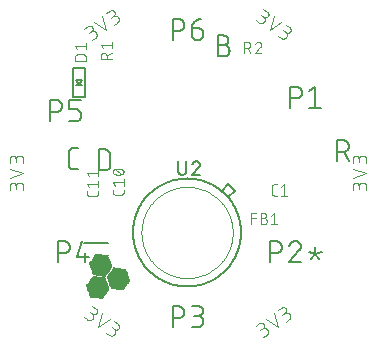
<source format=gbr>
G04 EAGLE Gerber RS-274X export*
G75*
%MOMM*%
%FSLAX34Y34*%
%LPD*%
%INSilkscreen Top*%
%IPPOS*%
%AMOC8*
5,1,8,0,0,1.08239X$1,22.5*%
G01*
%ADD10C,0.101600*%
%ADD11C,0.152400*%
%ADD12R,0.014731X0.014731*%
%ADD13R,0.147319X0.014731*%
%ADD14R,0.265175X0.014731*%
%ADD15R,0.383031X0.014731*%
%ADD16R,0.515619X0.014731*%
%ADD17R,0.633475X0.014731*%
%ADD18R,0.751331X0.014731*%
%ADD19R,0.883919X0.014731*%
%ADD20R,1.001775X0.014731*%
%ADD21R,1.119631X0.014731*%
%ADD22R,1.134363X0.014731*%
%ADD23R,1.149094X0.014731*%
%ADD24R,1.163825X0.014731*%
%ADD25R,1.178556X0.014731*%
%ADD26R,1.193288X0.014731*%
%ADD27R,1.222756X0.014731*%
%ADD28R,1.237488X0.014731*%
%ADD29R,1.266950X0.014731*%
%ADD30R,1.281681X0.014731*%
%ADD31R,1.311144X0.014731*%
%ADD32R,1.325881X0.014731*%
%ADD33R,1.355344X0.014731*%
%ADD34R,1.370075X0.014731*%
%ADD35R,1.384806X0.014731*%
%ADD36R,1.399538X0.014731*%
%ADD37R,1.414275X0.014731*%
%ADD38R,1.443738X0.014731*%
%ADD39R,1.458469X0.014731*%
%ADD40R,1.487931X0.014731*%
%ADD41R,1.502663X0.014731*%
%ADD42R,1.517394X0.014731*%
%ADD43R,1.532125X0.014731*%
%ADD44R,1.546856X0.014731*%
%ADD45R,1.576319X0.014731*%
%ADD46R,1.605788X0.014731*%
%ADD47R,1.620519X0.014731*%
%ADD48R,1.649981X0.014731*%
%ADD49R,1.664713X0.014731*%
%ADD50R,1.694175X0.014731*%
%ADD51R,1.708913X0.014731*%
%ADD52R,1.738375X0.014731*%
%ADD53R,1.753106X0.014731*%
%ADD54R,1.767838X0.014731*%
%ADD55R,1.782569X0.014731*%
%ADD56R,1.797306X0.014731*%
%ADD57R,0.117856X0.014731*%
%ADD58R,1.826769X0.014731*%
%ADD59R,0.235713X0.014731*%
%ADD60R,0.353569X0.014731*%
%ADD61R,1.856231X0.014731*%
%ADD62R,0.486156X0.014731*%
%ADD63R,1.870963X0.014731*%
%ADD64R,0.604013X0.014731*%
%ADD65R,0.721869X0.014731*%
%ADD66R,1.885694X0.014731*%
%ADD67R,0.839719X0.014731*%
%ADD68R,0.972306X0.014731*%
%ADD69R,1.090169X0.014731*%
%ADD70R,1.208025X0.014731*%
%ADD71R,1.252219X0.014731*%
%ADD72R,1.296412X0.014731*%
%ADD73R,1.340612X0.014731*%
%ADD74R,1.826763X0.014731*%
%ADD75R,1.414269X0.014731*%
%ADD76R,1.812031X0.014731*%
%ADD77R,1.429000X0.014731*%
%ADD78R,1.458462X0.014731*%
%ADD79R,1.473200X0.014731*%
%ADD80R,1.723644X0.014731*%
%ADD81R,1.694181X0.014731*%
%ADD82R,1.679450X0.014731*%
%ADD83R,1.561594X0.014731*%
%ADD84R,1.576325X0.014731*%
%ADD85R,1.591056X0.014731*%
%ADD86R,1.635250X0.014731*%
%ADD87R,1.561588X0.014731*%
%ADD88R,1.443731X0.014731*%
%ADD89R,1.797300X0.014731*%
%ADD90R,1.841500X0.014731*%
%ADD91R,1.311150X0.014731*%
%ADD92R,1.296419X0.014731*%
%ADD93R,1.193294X0.014731*%
%ADD94R,0.957575X0.014731*%
%ADD95R,0.589281X0.014731*%
%ADD96R,0.471425X0.014731*%
%ADD97R,0.220975X0.014731*%
%ADD98R,1.812038X0.014731*%
%ADD99R,0.103119X0.014731*%
%ADD100R,0.029463X0.014731*%
%ADD101R,0.162050X0.014731*%
%ADD102R,0.397763X0.014731*%
%ADD103R,0.648206X0.014731*%
%ADD104R,1.679444X0.014731*%
%ADD105R,1.016506X0.014731*%
%ADD106R,1.104900X0.014731*%
%ADD107R,1.222750X0.014731*%
%ADD108R,1.429006X0.014731*%
%ADD109R,1.208019X0.014731*%
%ADD110R,0.987044X0.014731*%
%ADD111R,0.854456X0.014731*%
%ADD112R,0.618744X0.014731*%
%ADD113R,0.500888X0.014731*%
%ADD114R,0.368300X0.014731*%
%ADD115R,0.132587X0.014731*%
%ADD116R,1.664719X0.014731*%
%ADD117R,1.075438X0.014731*%
%ADD118R,0.942844X0.014731*%
%ADD119R,0.707131X0.014731*%
%ADD120R,0.456694X0.014731*%
%ADD121R,0.088388X0.014731*%
%ADD122C,0.076200*%
%ADD123C,0.127000*%
%ADD124C,0.050800*%


D10*
X403428Y475532D02*
X406086Y473670D01*
X406180Y473607D01*
X406276Y473547D01*
X406374Y473490D01*
X406474Y473437D01*
X406576Y473387D01*
X406680Y473341D01*
X406785Y473299D01*
X406891Y473260D01*
X406999Y473225D01*
X407108Y473194D01*
X407218Y473166D01*
X407329Y473143D01*
X407440Y473123D01*
X407552Y473107D01*
X407665Y473095D01*
X407778Y473087D01*
X407891Y473083D01*
X408005Y473083D01*
X408118Y473087D01*
X408231Y473095D01*
X408344Y473107D01*
X408456Y473123D01*
X408567Y473143D01*
X408678Y473166D01*
X408788Y473194D01*
X408897Y473225D01*
X409005Y473260D01*
X409111Y473299D01*
X409216Y473341D01*
X409320Y473387D01*
X409422Y473437D01*
X409522Y473490D01*
X409620Y473547D01*
X409716Y473607D01*
X409810Y473670D01*
X409901Y473737D01*
X409991Y473806D01*
X410078Y473879D01*
X410162Y473955D01*
X410243Y474034D01*
X410322Y474115D01*
X410398Y474199D01*
X410471Y474286D01*
X410540Y474376D01*
X410607Y474467D01*
X410670Y474561D01*
X410730Y474657D01*
X410787Y474755D01*
X410840Y474855D01*
X410890Y474957D01*
X410936Y475061D01*
X410978Y475166D01*
X411017Y475272D01*
X411052Y475380D01*
X411083Y475489D01*
X411111Y475599D01*
X411134Y475710D01*
X411154Y475821D01*
X411170Y475933D01*
X411182Y476046D01*
X411190Y476159D01*
X411194Y476272D01*
X411194Y476386D01*
X411190Y476499D01*
X411182Y476612D01*
X411170Y476725D01*
X411154Y476837D01*
X411134Y476948D01*
X411111Y477059D01*
X411083Y477169D01*
X411052Y477278D01*
X411017Y477386D01*
X410978Y477492D01*
X410936Y477597D01*
X410890Y477701D01*
X410840Y477803D01*
X410787Y477903D01*
X410730Y478001D01*
X410670Y478097D01*
X410607Y478191D01*
X410540Y478282D01*
X410471Y478372D01*
X410398Y478459D01*
X410322Y478543D01*
X410243Y478624D01*
X410162Y478703D01*
X410078Y478779D01*
X409991Y478852D01*
X409902Y478921D01*
X409810Y478988D01*
X413320Y482869D02*
X410129Y485103D01*
X413319Y482869D02*
X413400Y482809D01*
X413479Y482747D01*
X413556Y482681D01*
X413630Y482613D01*
X413701Y482542D01*
X413769Y482468D01*
X413835Y482391D01*
X413897Y482312D01*
X413957Y482231D01*
X414013Y482147D01*
X414066Y482062D01*
X414115Y481974D01*
X414161Y481885D01*
X414204Y481793D01*
X414243Y481700D01*
X414278Y481606D01*
X414310Y481511D01*
X414338Y481414D01*
X414362Y481316D01*
X414382Y481218D01*
X414399Y481118D01*
X414411Y481018D01*
X414420Y480918D01*
X414425Y480818D01*
X414426Y480717D01*
X414423Y480616D01*
X414416Y480516D01*
X414405Y480416D01*
X414391Y480316D01*
X414372Y480217D01*
X414350Y480119D01*
X414324Y480022D01*
X414294Y479925D01*
X414261Y479831D01*
X414224Y479737D01*
X414183Y479645D01*
X414138Y479554D01*
X414091Y479466D01*
X414039Y479379D01*
X413985Y479295D01*
X413927Y479212D01*
X413866Y479132D01*
X413802Y479054D01*
X413735Y478979D01*
X413666Y478906D01*
X413593Y478837D01*
X413518Y478770D01*
X413440Y478706D01*
X413360Y478645D01*
X413277Y478587D01*
X413193Y478533D01*
X413106Y478481D01*
X413018Y478434D01*
X412927Y478389D01*
X412835Y478348D01*
X412741Y478311D01*
X412647Y478278D01*
X412550Y478248D01*
X412453Y478222D01*
X412355Y478200D01*
X412256Y478181D01*
X412156Y478167D01*
X412056Y478156D01*
X411956Y478149D01*
X411855Y478146D01*
X411754Y478147D01*
X411654Y478152D01*
X411554Y478161D01*
X411454Y478173D01*
X411354Y478190D01*
X411256Y478210D01*
X411158Y478234D01*
X411061Y478262D01*
X410966Y478294D01*
X410872Y478329D01*
X410779Y478368D01*
X410687Y478411D01*
X410598Y478457D01*
X410510Y478506D01*
X410425Y478559D01*
X410341Y478615D01*
X408214Y480105D01*
X418960Y478919D02*
X415449Y467114D01*
X425341Y474452D01*
X422153Y462420D02*
X424812Y460558D01*
X424906Y460495D01*
X425002Y460435D01*
X425100Y460378D01*
X425200Y460325D01*
X425302Y460275D01*
X425406Y460229D01*
X425511Y460187D01*
X425617Y460148D01*
X425725Y460113D01*
X425834Y460082D01*
X425944Y460054D01*
X426055Y460031D01*
X426166Y460011D01*
X426278Y459995D01*
X426391Y459983D01*
X426504Y459975D01*
X426617Y459971D01*
X426731Y459971D01*
X426844Y459975D01*
X426957Y459983D01*
X427070Y459995D01*
X427182Y460011D01*
X427293Y460031D01*
X427404Y460054D01*
X427514Y460082D01*
X427623Y460113D01*
X427731Y460148D01*
X427837Y460187D01*
X427942Y460229D01*
X428046Y460275D01*
X428148Y460325D01*
X428248Y460378D01*
X428346Y460435D01*
X428442Y460495D01*
X428536Y460558D01*
X428627Y460625D01*
X428717Y460694D01*
X428804Y460767D01*
X428888Y460843D01*
X428969Y460922D01*
X429048Y461003D01*
X429124Y461087D01*
X429197Y461174D01*
X429266Y461264D01*
X429333Y461355D01*
X429396Y461449D01*
X429456Y461545D01*
X429513Y461643D01*
X429566Y461743D01*
X429616Y461845D01*
X429662Y461949D01*
X429704Y462054D01*
X429743Y462160D01*
X429778Y462268D01*
X429809Y462377D01*
X429837Y462487D01*
X429860Y462598D01*
X429880Y462709D01*
X429896Y462821D01*
X429908Y462934D01*
X429916Y463047D01*
X429920Y463160D01*
X429920Y463274D01*
X429916Y463387D01*
X429908Y463500D01*
X429896Y463613D01*
X429880Y463725D01*
X429860Y463836D01*
X429837Y463947D01*
X429809Y464057D01*
X429778Y464166D01*
X429743Y464274D01*
X429704Y464380D01*
X429662Y464485D01*
X429616Y464589D01*
X429566Y464691D01*
X429513Y464791D01*
X429456Y464889D01*
X429396Y464985D01*
X429333Y465079D01*
X429266Y465170D01*
X429197Y465260D01*
X429124Y465347D01*
X429048Y465431D01*
X428969Y465512D01*
X428888Y465591D01*
X428804Y465667D01*
X428717Y465740D01*
X428628Y465809D01*
X428536Y465876D01*
X432045Y469757D02*
X428855Y471991D01*
X432045Y469757D02*
X432126Y469697D01*
X432205Y469635D01*
X432282Y469569D01*
X432356Y469501D01*
X432427Y469430D01*
X432495Y469356D01*
X432561Y469279D01*
X432623Y469200D01*
X432683Y469119D01*
X432739Y469035D01*
X432792Y468950D01*
X432841Y468862D01*
X432887Y468773D01*
X432930Y468681D01*
X432969Y468588D01*
X433004Y468494D01*
X433036Y468399D01*
X433064Y468302D01*
X433088Y468204D01*
X433108Y468106D01*
X433125Y468006D01*
X433137Y467906D01*
X433146Y467806D01*
X433151Y467706D01*
X433152Y467605D01*
X433149Y467504D01*
X433142Y467404D01*
X433131Y467304D01*
X433117Y467204D01*
X433098Y467105D01*
X433076Y467007D01*
X433050Y466910D01*
X433020Y466813D01*
X432987Y466719D01*
X432950Y466625D01*
X432909Y466533D01*
X432864Y466442D01*
X432817Y466354D01*
X432765Y466267D01*
X432711Y466183D01*
X432653Y466100D01*
X432592Y466020D01*
X432528Y465942D01*
X432461Y465867D01*
X432392Y465794D01*
X432319Y465725D01*
X432244Y465658D01*
X432166Y465594D01*
X432086Y465533D01*
X432003Y465475D01*
X431919Y465421D01*
X431832Y465369D01*
X431744Y465322D01*
X431653Y465277D01*
X431561Y465236D01*
X431467Y465199D01*
X431373Y465166D01*
X431276Y465136D01*
X431179Y465110D01*
X431081Y465088D01*
X430982Y465069D01*
X430882Y465055D01*
X430782Y465044D01*
X430682Y465037D01*
X430581Y465034D01*
X430480Y465035D01*
X430380Y465040D01*
X430280Y465049D01*
X430180Y465061D01*
X430080Y465078D01*
X429982Y465098D01*
X429884Y465122D01*
X429787Y465150D01*
X429692Y465182D01*
X429598Y465217D01*
X429505Y465256D01*
X429413Y465299D01*
X429324Y465345D01*
X429236Y465394D01*
X429151Y465447D01*
X429067Y465503D01*
X426940Y466993D01*
X497242Y334770D02*
X497242Y331524D01*
X497242Y334770D02*
X497240Y334883D01*
X497234Y334996D01*
X497224Y335109D01*
X497210Y335222D01*
X497193Y335334D01*
X497171Y335445D01*
X497146Y335555D01*
X497116Y335665D01*
X497083Y335773D01*
X497046Y335880D01*
X497006Y335986D01*
X496961Y336090D01*
X496913Y336193D01*
X496862Y336294D01*
X496807Y336393D01*
X496749Y336490D01*
X496687Y336585D01*
X496622Y336678D01*
X496554Y336768D01*
X496483Y336856D01*
X496408Y336942D01*
X496331Y337025D01*
X496251Y337105D01*
X496168Y337182D01*
X496082Y337257D01*
X495994Y337328D01*
X495904Y337396D01*
X495811Y337461D01*
X495716Y337523D01*
X495619Y337581D01*
X495520Y337636D01*
X495419Y337687D01*
X495316Y337735D01*
X495212Y337780D01*
X495106Y337820D01*
X494999Y337857D01*
X494891Y337890D01*
X494781Y337920D01*
X494671Y337945D01*
X494560Y337967D01*
X494448Y337984D01*
X494335Y337998D01*
X494222Y338008D01*
X494109Y338014D01*
X493996Y338016D01*
X493883Y338014D01*
X493770Y338008D01*
X493657Y337998D01*
X493544Y337984D01*
X493432Y337967D01*
X493321Y337945D01*
X493211Y337920D01*
X493101Y337890D01*
X492993Y337857D01*
X492886Y337820D01*
X492780Y337780D01*
X492676Y337735D01*
X492573Y337687D01*
X492472Y337636D01*
X492373Y337581D01*
X492276Y337523D01*
X492181Y337461D01*
X492088Y337396D01*
X491998Y337328D01*
X491910Y337257D01*
X491824Y337182D01*
X491741Y337105D01*
X491661Y337025D01*
X491584Y336942D01*
X491509Y336856D01*
X491438Y336768D01*
X491370Y336678D01*
X491305Y336585D01*
X491243Y336490D01*
X491185Y336393D01*
X491130Y336294D01*
X491079Y336193D01*
X491031Y336090D01*
X490986Y335986D01*
X490946Y335880D01*
X490909Y335773D01*
X490876Y335665D01*
X490846Y335555D01*
X490821Y335445D01*
X490799Y335334D01*
X490782Y335222D01*
X490768Y335109D01*
X490758Y334996D01*
X490752Y334883D01*
X490750Y334770D01*
X485558Y335419D02*
X485558Y331524D01*
X485558Y335419D02*
X485560Y335520D01*
X485566Y335620D01*
X485576Y335720D01*
X485589Y335820D01*
X485607Y335919D01*
X485628Y336018D01*
X485653Y336115D01*
X485682Y336212D01*
X485715Y336307D01*
X485751Y336401D01*
X485791Y336493D01*
X485834Y336584D01*
X485881Y336673D01*
X485931Y336760D01*
X485985Y336846D01*
X486042Y336929D01*
X486102Y337009D01*
X486165Y337088D01*
X486232Y337164D01*
X486301Y337237D01*
X486373Y337307D01*
X486447Y337375D01*
X486524Y337440D01*
X486604Y337501D01*
X486686Y337560D01*
X486770Y337615D01*
X486856Y337667D01*
X486944Y337716D01*
X487034Y337761D01*
X487126Y337803D01*
X487219Y337841D01*
X487314Y337875D01*
X487409Y337906D01*
X487506Y337933D01*
X487604Y337956D01*
X487703Y337976D01*
X487803Y337991D01*
X487903Y338003D01*
X488003Y338011D01*
X488104Y338015D01*
X488204Y338015D01*
X488305Y338011D01*
X488405Y338003D01*
X488505Y337991D01*
X488605Y337976D01*
X488704Y337956D01*
X488802Y337933D01*
X488899Y337906D01*
X488994Y337875D01*
X489089Y337841D01*
X489182Y337803D01*
X489274Y337761D01*
X489364Y337716D01*
X489452Y337667D01*
X489538Y337615D01*
X489622Y337560D01*
X489704Y337501D01*
X489784Y337440D01*
X489861Y337375D01*
X489935Y337307D01*
X490007Y337237D01*
X490076Y337164D01*
X490143Y337088D01*
X490206Y337009D01*
X490266Y336929D01*
X490323Y336846D01*
X490377Y336760D01*
X490427Y336673D01*
X490474Y336584D01*
X490517Y336493D01*
X490557Y336401D01*
X490593Y336307D01*
X490626Y336212D01*
X490655Y336115D01*
X490680Y336018D01*
X490701Y335919D01*
X490719Y335820D01*
X490732Y335720D01*
X490742Y335620D01*
X490748Y335520D01*
X490750Y335419D01*
X490751Y335419D02*
X490751Y332823D01*
X485558Y342305D02*
X497242Y346200D01*
X485558Y350095D01*
X497242Y354384D02*
X497242Y357630D01*
X497240Y357743D01*
X497234Y357856D01*
X497224Y357969D01*
X497210Y358082D01*
X497193Y358194D01*
X497171Y358305D01*
X497146Y358415D01*
X497116Y358525D01*
X497083Y358633D01*
X497046Y358740D01*
X497006Y358846D01*
X496961Y358950D01*
X496913Y359053D01*
X496862Y359154D01*
X496807Y359253D01*
X496749Y359350D01*
X496687Y359445D01*
X496622Y359538D01*
X496554Y359628D01*
X496483Y359716D01*
X496408Y359802D01*
X496331Y359885D01*
X496251Y359965D01*
X496168Y360042D01*
X496082Y360117D01*
X495994Y360188D01*
X495904Y360256D01*
X495811Y360321D01*
X495716Y360383D01*
X495619Y360441D01*
X495520Y360496D01*
X495419Y360547D01*
X495316Y360595D01*
X495212Y360640D01*
X495106Y360680D01*
X494999Y360717D01*
X494891Y360750D01*
X494781Y360780D01*
X494671Y360805D01*
X494560Y360827D01*
X494448Y360844D01*
X494335Y360858D01*
X494222Y360868D01*
X494109Y360874D01*
X493996Y360876D01*
X493883Y360874D01*
X493770Y360868D01*
X493657Y360858D01*
X493544Y360844D01*
X493432Y360827D01*
X493321Y360805D01*
X493211Y360780D01*
X493101Y360750D01*
X492993Y360717D01*
X492886Y360680D01*
X492780Y360640D01*
X492676Y360595D01*
X492573Y360547D01*
X492472Y360496D01*
X492373Y360441D01*
X492276Y360383D01*
X492181Y360321D01*
X492088Y360256D01*
X491998Y360188D01*
X491910Y360117D01*
X491824Y360042D01*
X491741Y359965D01*
X491661Y359885D01*
X491584Y359802D01*
X491509Y359716D01*
X491438Y359628D01*
X491370Y359538D01*
X491305Y359445D01*
X491243Y359350D01*
X491185Y359253D01*
X491130Y359154D01*
X491079Y359053D01*
X491031Y358950D01*
X490986Y358846D01*
X490946Y358740D01*
X490909Y358633D01*
X490876Y358525D01*
X490846Y358415D01*
X490821Y358305D01*
X490799Y358194D01*
X490782Y358082D01*
X490768Y357969D01*
X490758Y357856D01*
X490752Y357743D01*
X490750Y357630D01*
X485558Y358279D02*
X485558Y354384D01*
X485558Y358279D02*
X485560Y358380D01*
X485566Y358480D01*
X485576Y358580D01*
X485589Y358680D01*
X485607Y358779D01*
X485628Y358878D01*
X485653Y358975D01*
X485682Y359072D01*
X485715Y359167D01*
X485751Y359261D01*
X485791Y359353D01*
X485834Y359444D01*
X485881Y359533D01*
X485931Y359620D01*
X485985Y359706D01*
X486042Y359789D01*
X486102Y359869D01*
X486165Y359948D01*
X486232Y360024D01*
X486301Y360097D01*
X486373Y360167D01*
X486447Y360235D01*
X486524Y360300D01*
X486604Y360361D01*
X486686Y360420D01*
X486770Y360475D01*
X486856Y360527D01*
X486944Y360576D01*
X487034Y360621D01*
X487126Y360663D01*
X487219Y360701D01*
X487314Y360735D01*
X487409Y360766D01*
X487506Y360793D01*
X487604Y360816D01*
X487703Y360836D01*
X487803Y360851D01*
X487903Y360863D01*
X488003Y360871D01*
X488104Y360875D01*
X488204Y360875D01*
X488305Y360871D01*
X488405Y360863D01*
X488505Y360851D01*
X488605Y360836D01*
X488704Y360816D01*
X488802Y360793D01*
X488899Y360766D01*
X488994Y360735D01*
X489089Y360701D01*
X489182Y360663D01*
X489274Y360621D01*
X489364Y360576D01*
X489452Y360527D01*
X489538Y360475D01*
X489622Y360420D01*
X489704Y360361D01*
X489784Y360300D01*
X489861Y360235D01*
X489935Y360167D01*
X490007Y360097D01*
X490076Y360024D01*
X490143Y359948D01*
X490206Y359869D01*
X490266Y359789D01*
X490323Y359706D01*
X490377Y359620D01*
X490427Y359533D01*
X490474Y359444D01*
X490517Y359353D01*
X490557Y359261D01*
X490593Y359167D01*
X490626Y359072D01*
X490655Y358975D01*
X490680Y358878D01*
X490701Y358779D01*
X490719Y358680D01*
X490732Y358580D01*
X490742Y358480D01*
X490748Y358380D01*
X490750Y358279D01*
X490751Y358279D02*
X490751Y355683D01*
X412788Y209159D02*
X410129Y207297D01*
X412788Y209158D02*
X412879Y209225D01*
X412969Y209294D01*
X413056Y209367D01*
X413140Y209443D01*
X413221Y209522D01*
X413300Y209603D01*
X413376Y209687D01*
X413449Y209774D01*
X413518Y209864D01*
X413585Y209955D01*
X413648Y210049D01*
X413708Y210145D01*
X413765Y210243D01*
X413818Y210343D01*
X413868Y210445D01*
X413914Y210549D01*
X413956Y210654D01*
X413995Y210760D01*
X414030Y210868D01*
X414061Y210977D01*
X414089Y211087D01*
X414112Y211198D01*
X414132Y211309D01*
X414148Y211421D01*
X414160Y211534D01*
X414168Y211647D01*
X414172Y211760D01*
X414172Y211874D01*
X414168Y211987D01*
X414160Y212100D01*
X414148Y212213D01*
X414132Y212325D01*
X414112Y212436D01*
X414089Y212547D01*
X414061Y212657D01*
X414030Y212766D01*
X413995Y212874D01*
X413956Y212980D01*
X413914Y213085D01*
X413868Y213189D01*
X413818Y213291D01*
X413765Y213391D01*
X413708Y213489D01*
X413648Y213585D01*
X413585Y213679D01*
X413518Y213770D01*
X413449Y213860D01*
X413376Y213947D01*
X413300Y214031D01*
X413221Y214112D01*
X413140Y214191D01*
X413056Y214267D01*
X412969Y214340D01*
X412880Y214409D01*
X412788Y214476D01*
X412694Y214539D01*
X412598Y214599D01*
X412500Y214656D01*
X412400Y214709D01*
X412298Y214759D01*
X412194Y214805D01*
X412089Y214847D01*
X411983Y214886D01*
X411875Y214921D01*
X411766Y214952D01*
X411656Y214980D01*
X411545Y215003D01*
X411434Y215023D01*
X411322Y215039D01*
X411209Y215051D01*
X411096Y215059D01*
X410983Y215063D01*
X410869Y215063D01*
X410756Y215059D01*
X410643Y215051D01*
X410530Y215039D01*
X410418Y215023D01*
X410307Y215003D01*
X410196Y214980D01*
X410086Y214952D01*
X409977Y214921D01*
X409869Y214886D01*
X409763Y214847D01*
X409658Y214805D01*
X409554Y214759D01*
X409452Y214709D01*
X409352Y214656D01*
X409254Y214599D01*
X409158Y214539D01*
X409064Y214476D01*
X406618Y219102D02*
X403428Y216868D01*
X406618Y219102D02*
X406702Y219158D01*
X406787Y219211D01*
X406875Y219260D01*
X406964Y219306D01*
X407056Y219349D01*
X407149Y219388D01*
X407243Y219423D01*
X407338Y219455D01*
X407435Y219483D01*
X407533Y219507D01*
X407631Y219527D01*
X407731Y219544D01*
X407831Y219556D01*
X407931Y219565D01*
X408032Y219570D01*
X408132Y219571D01*
X408233Y219568D01*
X408333Y219561D01*
X408433Y219550D01*
X408533Y219536D01*
X408632Y219517D01*
X408730Y219495D01*
X408827Y219469D01*
X408924Y219439D01*
X409019Y219406D01*
X409112Y219369D01*
X409204Y219328D01*
X409295Y219283D01*
X409383Y219236D01*
X409470Y219184D01*
X409554Y219130D01*
X409637Y219072D01*
X409717Y219011D01*
X409795Y218947D01*
X409870Y218880D01*
X409943Y218811D01*
X410012Y218738D01*
X410079Y218663D01*
X410143Y218585D01*
X410204Y218505D01*
X410262Y218422D01*
X410316Y218338D01*
X410368Y218251D01*
X410415Y218163D01*
X410460Y218072D01*
X410501Y217980D01*
X410538Y217886D01*
X410571Y217792D01*
X410601Y217695D01*
X410627Y217598D01*
X410649Y217500D01*
X410668Y217401D01*
X410682Y217301D01*
X410693Y217201D01*
X410700Y217101D01*
X410703Y217000D01*
X410702Y216900D01*
X410697Y216799D01*
X410688Y216699D01*
X410676Y216599D01*
X410659Y216499D01*
X410639Y216401D01*
X410615Y216303D01*
X410587Y216206D01*
X410555Y216111D01*
X410520Y216017D01*
X410481Y215924D01*
X410438Y215832D01*
X410392Y215743D01*
X410343Y215655D01*
X410290Y215570D01*
X410234Y215486D01*
X410174Y215405D01*
X410112Y215326D01*
X410046Y215249D01*
X409978Y215175D01*
X409907Y215104D01*
X409833Y215036D01*
X409756Y214970D01*
X409677Y214908D01*
X409596Y214848D01*
X407470Y213359D01*
X412259Y223052D02*
X422151Y215714D01*
X418639Y227519D01*
X428855Y220409D02*
X431514Y222270D01*
X431605Y222337D01*
X431695Y222406D01*
X431782Y222479D01*
X431866Y222555D01*
X431947Y222634D01*
X432026Y222715D01*
X432102Y222799D01*
X432175Y222886D01*
X432244Y222976D01*
X432311Y223067D01*
X432374Y223161D01*
X432434Y223257D01*
X432491Y223355D01*
X432544Y223455D01*
X432594Y223557D01*
X432640Y223661D01*
X432682Y223766D01*
X432721Y223872D01*
X432756Y223980D01*
X432787Y224089D01*
X432815Y224199D01*
X432838Y224310D01*
X432858Y224421D01*
X432874Y224533D01*
X432886Y224646D01*
X432894Y224759D01*
X432898Y224872D01*
X432898Y224986D01*
X432894Y225099D01*
X432886Y225212D01*
X432874Y225325D01*
X432858Y225437D01*
X432838Y225548D01*
X432815Y225659D01*
X432787Y225769D01*
X432756Y225878D01*
X432721Y225986D01*
X432682Y226092D01*
X432640Y226197D01*
X432594Y226301D01*
X432544Y226403D01*
X432491Y226503D01*
X432434Y226601D01*
X432374Y226697D01*
X432311Y226791D01*
X432244Y226882D01*
X432175Y226972D01*
X432102Y227059D01*
X432026Y227143D01*
X431947Y227224D01*
X431866Y227303D01*
X431782Y227379D01*
X431695Y227452D01*
X431606Y227521D01*
X431514Y227588D01*
X431420Y227651D01*
X431324Y227711D01*
X431226Y227768D01*
X431126Y227821D01*
X431024Y227871D01*
X430920Y227917D01*
X430815Y227959D01*
X430709Y227998D01*
X430601Y228033D01*
X430492Y228064D01*
X430382Y228092D01*
X430271Y228115D01*
X430160Y228135D01*
X430048Y228151D01*
X429935Y228163D01*
X429822Y228171D01*
X429709Y228175D01*
X429595Y228175D01*
X429482Y228171D01*
X429369Y228163D01*
X429256Y228151D01*
X429144Y228135D01*
X429033Y228115D01*
X428922Y228092D01*
X428812Y228064D01*
X428703Y228033D01*
X428595Y227998D01*
X428489Y227959D01*
X428384Y227917D01*
X428280Y227871D01*
X428178Y227821D01*
X428078Y227768D01*
X427980Y227711D01*
X427884Y227651D01*
X427790Y227588D01*
X425344Y232214D02*
X422153Y229980D01*
X425344Y232214D02*
X425428Y232270D01*
X425513Y232323D01*
X425601Y232372D01*
X425690Y232418D01*
X425782Y232461D01*
X425875Y232500D01*
X425969Y232535D01*
X426064Y232567D01*
X426161Y232595D01*
X426259Y232619D01*
X426357Y232639D01*
X426457Y232656D01*
X426557Y232668D01*
X426657Y232677D01*
X426758Y232682D01*
X426858Y232683D01*
X426959Y232680D01*
X427059Y232673D01*
X427159Y232662D01*
X427259Y232648D01*
X427358Y232629D01*
X427456Y232607D01*
X427553Y232581D01*
X427650Y232551D01*
X427745Y232518D01*
X427838Y232481D01*
X427930Y232440D01*
X428021Y232395D01*
X428109Y232348D01*
X428196Y232296D01*
X428280Y232242D01*
X428363Y232184D01*
X428443Y232123D01*
X428521Y232059D01*
X428596Y231992D01*
X428669Y231923D01*
X428738Y231850D01*
X428805Y231775D01*
X428869Y231697D01*
X428930Y231617D01*
X428988Y231534D01*
X429042Y231450D01*
X429094Y231363D01*
X429141Y231275D01*
X429186Y231184D01*
X429227Y231092D01*
X429264Y230998D01*
X429297Y230904D01*
X429327Y230807D01*
X429353Y230710D01*
X429375Y230612D01*
X429394Y230513D01*
X429408Y230413D01*
X429419Y230313D01*
X429426Y230213D01*
X429429Y230112D01*
X429428Y230012D01*
X429423Y229911D01*
X429414Y229811D01*
X429402Y229711D01*
X429385Y229611D01*
X429365Y229513D01*
X429341Y229415D01*
X429313Y229318D01*
X429281Y229223D01*
X429246Y229129D01*
X429207Y229036D01*
X429164Y228944D01*
X429118Y228855D01*
X429069Y228767D01*
X429016Y228682D01*
X428960Y228598D01*
X428900Y228517D01*
X428838Y228438D01*
X428772Y228361D01*
X428704Y228287D01*
X428633Y228216D01*
X428559Y228148D01*
X428482Y228082D01*
X428403Y228020D01*
X428322Y227960D01*
X426195Y226471D01*
X260886Y222270D02*
X258228Y224132D01*
X260886Y222270D02*
X260980Y222207D01*
X261076Y222147D01*
X261174Y222090D01*
X261274Y222037D01*
X261376Y221987D01*
X261480Y221941D01*
X261585Y221899D01*
X261691Y221860D01*
X261799Y221825D01*
X261908Y221794D01*
X262018Y221766D01*
X262129Y221743D01*
X262240Y221723D01*
X262352Y221707D01*
X262465Y221695D01*
X262578Y221687D01*
X262691Y221683D01*
X262805Y221683D01*
X262918Y221687D01*
X263031Y221695D01*
X263144Y221707D01*
X263256Y221723D01*
X263367Y221743D01*
X263478Y221766D01*
X263588Y221794D01*
X263697Y221825D01*
X263805Y221860D01*
X263911Y221899D01*
X264016Y221941D01*
X264120Y221987D01*
X264222Y222037D01*
X264322Y222090D01*
X264420Y222147D01*
X264516Y222207D01*
X264610Y222270D01*
X264701Y222337D01*
X264791Y222406D01*
X264878Y222479D01*
X264962Y222555D01*
X265043Y222634D01*
X265122Y222715D01*
X265198Y222799D01*
X265271Y222886D01*
X265340Y222976D01*
X265407Y223067D01*
X265470Y223161D01*
X265530Y223257D01*
X265587Y223355D01*
X265640Y223455D01*
X265690Y223557D01*
X265736Y223661D01*
X265778Y223766D01*
X265817Y223872D01*
X265852Y223980D01*
X265883Y224089D01*
X265911Y224199D01*
X265934Y224310D01*
X265954Y224421D01*
X265970Y224533D01*
X265982Y224646D01*
X265990Y224759D01*
X265994Y224872D01*
X265994Y224986D01*
X265990Y225099D01*
X265982Y225212D01*
X265970Y225325D01*
X265954Y225437D01*
X265934Y225548D01*
X265911Y225659D01*
X265883Y225769D01*
X265852Y225878D01*
X265817Y225986D01*
X265778Y226092D01*
X265736Y226197D01*
X265690Y226301D01*
X265640Y226403D01*
X265587Y226503D01*
X265530Y226601D01*
X265470Y226697D01*
X265407Y226791D01*
X265340Y226882D01*
X265271Y226972D01*
X265198Y227059D01*
X265122Y227143D01*
X265043Y227224D01*
X264962Y227303D01*
X264878Y227379D01*
X264791Y227452D01*
X264702Y227521D01*
X264610Y227588D01*
X268120Y231469D02*
X264929Y233703D01*
X268119Y231469D02*
X268200Y231409D01*
X268279Y231347D01*
X268356Y231281D01*
X268430Y231213D01*
X268501Y231142D01*
X268569Y231068D01*
X268635Y230991D01*
X268697Y230912D01*
X268757Y230831D01*
X268813Y230747D01*
X268866Y230662D01*
X268915Y230574D01*
X268961Y230485D01*
X269004Y230393D01*
X269043Y230300D01*
X269078Y230206D01*
X269110Y230111D01*
X269138Y230014D01*
X269162Y229916D01*
X269182Y229818D01*
X269199Y229718D01*
X269211Y229618D01*
X269220Y229518D01*
X269225Y229418D01*
X269226Y229317D01*
X269223Y229216D01*
X269216Y229116D01*
X269205Y229016D01*
X269191Y228916D01*
X269172Y228817D01*
X269150Y228719D01*
X269124Y228622D01*
X269094Y228525D01*
X269061Y228431D01*
X269024Y228337D01*
X268983Y228245D01*
X268938Y228154D01*
X268891Y228066D01*
X268839Y227979D01*
X268785Y227895D01*
X268727Y227812D01*
X268666Y227732D01*
X268602Y227654D01*
X268535Y227579D01*
X268466Y227506D01*
X268393Y227437D01*
X268318Y227370D01*
X268240Y227306D01*
X268160Y227245D01*
X268077Y227187D01*
X267993Y227133D01*
X267906Y227081D01*
X267818Y227034D01*
X267727Y226989D01*
X267635Y226948D01*
X267541Y226911D01*
X267447Y226878D01*
X267350Y226848D01*
X267253Y226822D01*
X267155Y226800D01*
X267056Y226781D01*
X266956Y226767D01*
X266856Y226756D01*
X266756Y226749D01*
X266655Y226746D01*
X266554Y226747D01*
X266454Y226752D01*
X266354Y226761D01*
X266254Y226773D01*
X266154Y226790D01*
X266056Y226810D01*
X265958Y226834D01*
X265861Y226862D01*
X265766Y226894D01*
X265672Y226929D01*
X265579Y226968D01*
X265487Y227011D01*
X265398Y227057D01*
X265310Y227106D01*
X265225Y227159D01*
X265141Y227215D01*
X263014Y228705D01*
X273760Y227519D02*
X270249Y215714D01*
X280141Y223052D01*
X276953Y211020D02*
X279612Y209158D01*
X279706Y209095D01*
X279802Y209035D01*
X279900Y208978D01*
X280000Y208925D01*
X280102Y208875D01*
X280206Y208829D01*
X280311Y208787D01*
X280417Y208748D01*
X280525Y208713D01*
X280634Y208682D01*
X280744Y208654D01*
X280855Y208631D01*
X280966Y208611D01*
X281078Y208595D01*
X281191Y208583D01*
X281304Y208575D01*
X281417Y208571D01*
X281531Y208571D01*
X281644Y208575D01*
X281757Y208583D01*
X281870Y208595D01*
X281982Y208611D01*
X282093Y208631D01*
X282204Y208654D01*
X282314Y208682D01*
X282423Y208713D01*
X282531Y208748D01*
X282637Y208787D01*
X282742Y208829D01*
X282846Y208875D01*
X282948Y208925D01*
X283048Y208978D01*
X283146Y209035D01*
X283242Y209095D01*
X283336Y209158D01*
X283427Y209225D01*
X283517Y209294D01*
X283604Y209367D01*
X283688Y209443D01*
X283769Y209522D01*
X283848Y209603D01*
X283924Y209687D01*
X283997Y209774D01*
X284066Y209864D01*
X284133Y209955D01*
X284196Y210049D01*
X284256Y210145D01*
X284313Y210243D01*
X284366Y210343D01*
X284416Y210445D01*
X284462Y210549D01*
X284504Y210654D01*
X284543Y210760D01*
X284578Y210868D01*
X284609Y210977D01*
X284637Y211087D01*
X284660Y211198D01*
X284680Y211309D01*
X284696Y211421D01*
X284708Y211534D01*
X284716Y211647D01*
X284720Y211760D01*
X284720Y211874D01*
X284716Y211987D01*
X284708Y212100D01*
X284696Y212213D01*
X284680Y212325D01*
X284660Y212436D01*
X284637Y212547D01*
X284609Y212657D01*
X284578Y212766D01*
X284543Y212874D01*
X284504Y212980D01*
X284462Y213085D01*
X284416Y213189D01*
X284366Y213291D01*
X284313Y213391D01*
X284256Y213489D01*
X284196Y213585D01*
X284133Y213679D01*
X284066Y213770D01*
X283997Y213860D01*
X283924Y213947D01*
X283848Y214031D01*
X283769Y214112D01*
X283688Y214191D01*
X283604Y214267D01*
X283517Y214340D01*
X283428Y214409D01*
X283336Y214476D01*
X286845Y218357D02*
X283655Y220591D01*
X286845Y218357D02*
X286926Y218297D01*
X287005Y218235D01*
X287082Y218169D01*
X287156Y218101D01*
X287227Y218030D01*
X287295Y217956D01*
X287361Y217879D01*
X287423Y217800D01*
X287483Y217719D01*
X287539Y217635D01*
X287592Y217550D01*
X287641Y217462D01*
X287687Y217373D01*
X287730Y217281D01*
X287769Y217188D01*
X287804Y217094D01*
X287836Y216999D01*
X287864Y216902D01*
X287888Y216804D01*
X287908Y216706D01*
X287925Y216606D01*
X287937Y216506D01*
X287946Y216406D01*
X287951Y216306D01*
X287952Y216205D01*
X287949Y216104D01*
X287942Y216004D01*
X287931Y215904D01*
X287917Y215804D01*
X287898Y215705D01*
X287876Y215607D01*
X287850Y215510D01*
X287820Y215413D01*
X287787Y215319D01*
X287750Y215225D01*
X287709Y215133D01*
X287664Y215042D01*
X287617Y214954D01*
X287565Y214867D01*
X287511Y214783D01*
X287453Y214700D01*
X287392Y214620D01*
X287328Y214542D01*
X287261Y214467D01*
X287192Y214394D01*
X287119Y214325D01*
X287044Y214258D01*
X286966Y214194D01*
X286886Y214133D01*
X286803Y214075D01*
X286719Y214021D01*
X286632Y213969D01*
X286544Y213922D01*
X286453Y213877D01*
X286361Y213836D01*
X286267Y213799D01*
X286173Y213766D01*
X286076Y213736D01*
X285979Y213710D01*
X285881Y213688D01*
X285782Y213669D01*
X285682Y213655D01*
X285582Y213644D01*
X285482Y213637D01*
X285381Y213634D01*
X285280Y213635D01*
X285180Y213640D01*
X285080Y213649D01*
X284980Y213661D01*
X284880Y213678D01*
X284782Y213698D01*
X284684Y213722D01*
X284587Y213750D01*
X284492Y213782D01*
X284398Y213817D01*
X284305Y213856D01*
X284213Y213899D01*
X284124Y213945D01*
X284036Y213994D01*
X283951Y214047D01*
X283867Y214103D01*
X281740Y215593D01*
X206842Y331524D02*
X206842Y334770D01*
X206840Y334883D01*
X206834Y334996D01*
X206824Y335109D01*
X206810Y335222D01*
X206793Y335334D01*
X206771Y335445D01*
X206746Y335555D01*
X206716Y335665D01*
X206683Y335773D01*
X206646Y335880D01*
X206606Y335986D01*
X206561Y336090D01*
X206513Y336193D01*
X206462Y336294D01*
X206407Y336393D01*
X206349Y336490D01*
X206287Y336585D01*
X206222Y336678D01*
X206154Y336768D01*
X206083Y336856D01*
X206008Y336942D01*
X205931Y337025D01*
X205851Y337105D01*
X205768Y337182D01*
X205682Y337257D01*
X205594Y337328D01*
X205504Y337396D01*
X205411Y337461D01*
X205316Y337523D01*
X205219Y337581D01*
X205120Y337636D01*
X205019Y337687D01*
X204916Y337735D01*
X204812Y337780D01*
X204706Y337820D01*
X204599Y337857D01*
X204491Y337890D01*
X204381Y337920D01*
X204271Y337945D01*
X204160Y337967D01*
X204048Y337984D01*
X203935Y337998D01*
X203822Y338008D01*
X203709Y338014D01*
X203596Y338016D01*
X203483Y338014D01*
X203370Y338008D01*
X203257Y337998D01*
X203144Y337984D01*
X203032Y337967D01*
X202921Y337945D01*
X202811Y337920D01*
X202701Y337890D01*
X202593Y337857D01*
X202486Y337820D01*
X202380Y337780D01*
X202276Y337735D01*
X202173Y337687D01*
X202072Y337636D01*
X201973Y337581D01*
X201876Y337523D01*
X201781Y337461D01*
X201688Y337396D01*
X201598Y337328D01*
X201510Y337257D01*
X201424Y337182D01*
X201341Y337105D01*
X201261Y337025D01*
X201184Y336942D01*
X201109Y336856D01*
X201038Y336768D01*
X200970Y336678D01*
X200905Y336585D01*
X200843Y336490D01*
X200785Y336393D01*
X200730Y336294D01*
X200679Y336193D01*
X200631Y336090D01*
X200586Y335986D01*
X200546Y335880D01*
X200509Y335773D01*
X200476Y335665D01*
X200446Y335555D01*
X200421Y335445D01*
X200399Y335334D01*
X200382Y335222D01*
X200368Y335109D01*
X200358Y334996D01*
X200352Y334883D01*
X200350Y334770D01*
X195158Y335419D02*
X195158Y331524D01*
X195158Y335419D02*
X195160Y335520D01*
X195166Y335620D01*
X195176Y335720D01*
X195189Y335820D01*
X195207Y335919D01*
X195228Y336018D01*
X195253Y336115D01*
X195282Y336212D01*
X195315Y336307D01*
X195351Y336401D01*
X195391Y336493D01*
X195434Y336584D01*
X195481Y336673D01*
X195531Y336760D01*
X195585Y336846D01*
X195642Y336929D01*
X195702Y337009D01*
X195765Y337088D01*
X195832Y337164D01*
X195901Y337237D01*
X195973Y337307D01*
X196047Y337375D01*
X196124Y337440D01*
X196204Y337501D01*
X196286Y337560D01*
X196370Y337615D01*
X196456Y337667D01*
X196544Y337716D01*
X196634Y337761D01*
X196726Y337803D01*
X196819Y337841D01*
X196914Y337875D01*
X197009Y337906D01*
X197106Y337933D01*
X197204Y337956D01*
X197303Y337976D01*
X197403Y337991D01*
X197503Y338003D01*
X197603Y338011D01*
X197704Y338015D01*
X197804Y338015D01*
X197905Y338011D01*
X198005Y338003D01*
X198105Y337991D01*
X198205Y337976D01*
X198304Y337956D01*
X198402Y337933D01*
X198499Y337906D01*
X198594Y337875D01*
X198689Y337841D01*
X198782Y337803D01*
X198874Y337761D01*
X198964Y337716D01*
X199052Y337667D01*
X199138Y337615D01*
X199222Y337560D01*
X199304Y337501D01*
X199384Y337440D01*
X199461Y337375D01*
X199535Y337307D01*
X199607Y337237D01*
X199676Y337164D01*
X199743Y337088D01*
X199806Y337009D01*
X199866Y336929D01*
X199923Y336846D01*
X199977Y336760D01*
X200027Y336673D01*
X200074Y336584D01*
X200117Y336493D01*
X200157Y336401D01*
X200193Y336307D01*
X200226Y336212D01*
X200255Y336115D01*
X200280Y336018D01*
X200301Y335919D01*
X200319Y335820D01*
X200332Y335720D01*
X200342Y335620D01*
X200348Y335520D01*
X200350Y335419D01*
X200351Y335419D02*
X200351Y332823D01*
X195158Y342305D02*
X206842Y346200D01*
X195158Y350095D01*
X206842Y354384D02*
X206842Y357630D01*
X206840Y357743D01*
X206834Y357856D01*
X206824Y357969D01*
X206810Y358082D01*
X206793Y358194D01*
X206771Y358305D01*
X206746Y358415D01*
X206716Y358525D01*
X206683Y358633D01*
X206646Y358740D01*
X206606Y358846D01*
X206561Y358950D01*
X206513Y359053D01*
X206462Y359154D01*
X206407Y359253D01*
X206349Y359350D01*
X206287Y359445D01*
X206222Y359538D01*
X206154Y359628D01*
X206083Y359716D01*
X206008Y359802D01*
X205931Y359885D01*
X205851Y359965D01*
X205768Y360042D01*
X205682Y360117D01*
X205594Y360188D01*
X205504Y360256D01*
X205411Y360321D01*
X205316Y360383D01*
X205219Y360441D01*
X205120Y360496D01*
X205019Y360547D01*
X204916Y360595D01*
X204812Y360640D01*
X204706Y360680D01*
X204599Y360717D01*
X204491Y360750D01*
X204381Y360780D01*
X204271Y360805D01*
X204160Y360827D01*
X204048Y360844D01*
X203935Y360858D01*
X203822Y360868D01*
X203709Y360874D01*
X203596Y360876D01*
X203483Y360874D01*
X203370Y360868D01*
X203257Y360858D01*
X203144Y360844D01*
X203032Y360827D01*
X202921Y360805D01*
X202811Y360780D01*
X202701Y360750D01*
X202593Y360717D01*
X202486Y360680D01*
X202380Y360640D01*
X202276Y360595D01*
X202173Y360547D01*
X202072Y360496D01*
X201973Y360441D01*
X201876Y360383D01*
X201781Y360321D01*
X201688Y360256D01*
X201598Y360188D01*
X201510Y360117D01*
X201424Y360042D01*
X201341Y359965D01*
X201261Y359885D01*
X201184Y359802D01*
X201109Y359716D01*
X201038Y359628D01*
X200970Y359538D01*
X200905Y359445D01*
X200843Y359350D01*
X200785Y359253D01*
X200730Y359154D01*
X200679Y359053D01*
X200631Y358950D01*
X200586Y358846D01*
X200546Y358740D01*
X200509Y358633D01*
X200476Y358525D01*
X200446Y358415D01*
X200421Y358305D01*
X200399Y358194D01*
X200382Y358082D01*
X200368Y357969D01*
X200358Y357856D01*
X200352Y357743D01*
X200350Y357630D01*
X195158Y358279D02*
X195158Y354384D01*
X195158Y358279D02*
X195160Y358380D01*
X195166Y358480D01*
X195176Y358580D01*
X195189Y358680D01*
X195207Y358779D01*
X195228Y358878D01*
X195253Y358975D01*
X195282Y359072D01*
X195315Y359167D01*
X195351Y359261D01*
X195391Y359353D01*
X195434Y359444D01*
X195481Y359533D01*
X195531Y359620D01*
X195585Y359706D01*
X195642Y359789D01*
X195702Y359869D01*
X195765Y359948D01*
X195832Y360024D01*
X195901Y360097D01*
X195973Y360167D01*
X196047Y360235D01*
X196124Y360300D01*
X196204Y360361D01*
X196286Y360420D01*
X196370Y360475D01*
X196456Y360527D01*
X196544Y360576D01*
X196634Y360621D01*
X196726Y360663D01*
X196819Y360701D01*
X196914Y360735D01*
X197009Y360766D01*
X197106Y360793D01*
X197204Y360816D01*
X197303Y360836D01*
X197403Y360851D01*
X197503Y360863D01*
X197603Y360871D01*
X197704Y360875D01*
X197804Y360875D01*
X197905Y360871D01*
X198005Y360863D01*
X198105Y360851D01*
X198205Y360836D01*
X198304Y360816D01*
X198402Y360793D01*
X198499Y360766D01*
X198594Y360735D01*
X198689Y360701D01*
X198782Y360663D01*
X198874Y360621D01*
X198964Y360576D01*
X199052Y360527D01*
X199138Y360475D01*
X199222Y360420D01*
X199304Y360361D01*
X199384Y360300D01*
X199461Y360235D01*
X199535Y360167D01*
X199607Y360097D01*
X199676Y360024D01*
X199743Y359948D01*
X199806Y359869D01*
X199866Y359789D01*
X199923Y359706D01*
X199977Y359620D01*
X200027Y359533D01*
X200074Y359444D01*
X200117Y359353D01*
X200157Y359261D01*
X200193Y359167D01*
X200226Y359072D01*
X200255Y358975D01*
X200280Y358878D01*
X200301Y358779D01*
X200319Y358680D01*
X200332Y358580D01*
X200342Y358480D01*
X200348Y358380D01*
X200350Y358279D01*
X200351Y358279D02*
X200351Y355683D01*
X264929Y458697D02*
X267588Y460559D01*
X267588Y460558D02*
X267679Y460625D01*
X267769Y460694D01*
X267856Y460767D01*
X267940Y460843D01*
X268021Y460922D01*
X268100Y461003D01*
X268176Y461087D01*
X268249Y461174D01*
X268318Y461264D01*
X268385Y461355D01*
X268448Y461449D01*
X268508Y461545D01*
X268565Y461643D01*
X268618Y461743D01*
X268668Y461845D01*
X268714Y461949D01*
X268756Y462054D01*
X268795Y462160D01*
X268830Y462268D01*
X268861Y462377D01*
X268889Y462487D01*
X268912Y462598D01*
X268932Y462709D01*
X268948Y462821D01*
X268960Y462934D01*
X268968Y463047D01*
X268972Y463160D01*
X268972Y463274D01*
X268968Y463387D01*
X268960Y463500D01*
X268948Y463613D01*
X268932Y463725D01*
X268912Y463836D01*
X268889Y463947D01*
X268861Y464057D01*
X268830Y464166D01*
X268795Y464274D01*
X268756Y464380D01*
X268714Y464485D01*
X268668Y464589D01*
X268618Y464691D01*
X268565Y464791D01*
X268508Y464889D01*
X268448Y464985D01*
X268385Y465079D01*
X268318Y465170D01*
X268249Y465260D01*
X268176Y465347D01*
X268100Y465431D01*
X268021Y465512D01*
X267940Y465591D01*
X267856Y465667D01*
X267769Y465740D01*
X267680Y465809D01*
X267588Y465876D01*
X267494Y465939D01*
X267398Y465999D01*
X267300Y466056D01*
X267200Y466109D01*
X267098Y466159D01*
X266994Y466205D01*
X266889Y466247D01*
X266783Y466286D01*
X266675Y466321D01*
X266566Y466352D01*
X266456Y466380D01*
X266345Y466403D01*
X266234Y466423D01*
X266122Y466439D01*
X266009Y466451D01*
X265896Y466459D01*
X265783Y466463D01*
X265669Y466463D01*
X265556Y466459D01*
X265443Y466451D01*
X265330Y466439D01*
X265218Y466423D01*
X265107Y466403D01*
X264996Y466380D01*
X264886Y466352D01*
X264777Y466321D01*
X264669Y466286D01*
X264563Y466247D01*
X264458Y466205D01*
X264354Y466159D01*
X264252Y466109D01*
X264152Y466056D01*
X264054Y465999D01*
X263958Y465939D01*
X263864Y465876D01*
X261418Y470502D02*
X258228Y468268D01*
X261418Y470502D02*
X261502Y470558D01*
X261587Y470611D01*
X261675Y470660D01*
X261764Y470706D01*
X261856Y470749D01*
X261949Y470788D01*
X262043Y470823D01*
X262138Y470855D01*
X262235Y470883D01*
X262333Y470907D01*
X262431Y470927D01*
X262531Y470944D01*
X262631Y470956D01*
X262731Y470965D01*
X262832Y470970D01*
X262932Y470971D01*
X263033Y470968D01*
X263133Y470961D01*
X263233Y470950D01*
X263333Y470936D01*
X263432Y470917D01*
X263530Y470895D01*
X263627Y470869D01*
X263724Y470839D01*
X263819Y470806D01*
X263912Y470769D01*
X264004Y470728D01*
X264095Y470683D01*
X264183Y470636D01*
X264270Y470584D01*
X264354Y470530D01*
X264437Y470472D01*
X264517Y470411D01*
X264595Y470347D01*
X264670Y470280D01*
X264743Y470211D01*
X264812Y470138D01*
X264879Y470063D01*
X264943Y469985D01*
X265004Y469905D01*
X265062Y469822D01*
X265116Y469738D01*
X265168Y469651D01*
X265215Y469563D01*
X265260Y469472D01*
X265301Y469380D01*
X265338Y469286D01*
X265371Y469192D01*
X265401Y469095D01*
X265427Y468998D01*
X265449Y468900D01*
X265468Y468801D01*
X265482Y468701D01*
X265493Y468601D01*
X265500Y468501D01*
X265503Y468400D01*
X265502Y468300D01*
X265497Y468199D01*
X265488Y468099D01*
X265476Y467999D01*
X265459Y467899D01*
X265439Y467801D01*
X265415Y467703D01*
X265387Y467606D01*
X265355Y467511D01*
X265320Y467417D01*
X265281Y467324D01*
X265238Y467232D01*
X265192Y467143D01*
X265143Y467055D01*
X265090Y466970D01*
X265034Y466886D01*
X264974Y466805D01*
X264912Y466726D01*
X264846Y466649D01*
X264778Y466575D01*
X264707Y466504D01*
X264633Y466436D01*
X264556Y466370D01*
X264477Y466308D01*
X264396Y466248D01*
X262270Y464759D01*
X267059Y474452D02*
X276951Y467114D01*
X273439Y478919D01*
X283655Y471809D02*
X286314Y473670D01*
X286405Y473737D01*
X286495Y473806D01*
X286582Y473879D01*
X286666Y473955D01*
X286747Y474034D01*
X286826Y474115D01*
X286902Y474199D01*
X286975Y474286D01*
X287044Y474376D01*
X287111Y474467D01*
X287174Y474561D01*
X287234Y474657D01*
X287291Y474755D01*
X287344Y474855D01*
X287394Y474957D01*
X287440Y475061D01*
X287482Y475166D01*
X287521Y475272D01*
X287556Y475380D01*
X287587Y475489D01*
X287615Y475599D01*
X287638Y475710D01*
X287658Y475821D01*
X287674Y475933D01*
X287686Y476046D01*
X287694Y476159D01*
X287698Y476272D01*
X287698Y476386D01*
X287694Y476499D01*
X287686Y476612D01*
X287674Y476725D01*
X287658Y476837D01*
X287638Y476948D01*
X287615Y477059D01*
X287587Y477169D01*
X287556Y477278D01*
X287521Y477386D01*
X287482Y477492D01*
X287440Y477597D01*
X287394Y477701D01*
X287344Y477803D01*
X287291Y477903D01*
X287234Y478001D01*
X287174Y478097D01*
X287111Y478191D01*
X287044Y478282D01*
X286975Y478372D01*
X286902Y478459D01*
X286826Y478543D01*
X286747Y478624D01*
X286666Y478703D01*
X286582Y478779D01*
X286495Y478852D01*
X286406Y478921D01*
X286314Y478988D01*
X286220Y479051D01*
X286124Y479111D01*
X286026Y479168D01*
X285926Y479221D01*
X285824Y479271D01*
X285720Y479317D01*
X285615Y479359D01*
X285509Y479398D01*
X285401Y479433D01*
X285292Y479464D01*
X285182Y479492D01*
X285071Y479515D01*
X284960Y479535D01*
X284848Y479551D01*
X284735Y479563D01*
X284622Y479571D01*
X284509Y479575D01*
X284395Y479575D01*
X284282Y479571D01*
X284169Y479563D01*
X284056Y479551D01*
X283944Y479535D01*
X283833Y479515D01*
X283722Y479492D01*
X283612Y479464D01*
X283503Y479433D01*
X283395Y479398D01*
X283289Y479359D01*
X283184Y479317D01*
X283080Y479271D01*
X282978Y479221D01*
X282878Y479168D01*
X282780Y479111D01*
X282684Y479051D01*
X282590Y478988D01*
X280144Y483614D02*
X276953Y481380D01*
X280144Y483614D02*
X280228Y483670D01*
X280313Y483723D01*
X280401Y483772D01*
X280490Y483818D01*
X280582Y483861D01*
X280675Y483900D01*
X280769Y483935D01*
X280864Y483967D01*
X280961Y483995D01*
X281059Y484019D01*
X281157Y484039D01*
X281257Y484056D01*
X281357Y484068D01*
X281457Y484077D01*
X281558Y484082D01*
X281658Y484083D01*
X281759Y484080D01*
X281859Y484073D01*
X281959Y484062D01*
X282059Y484048D01*
X282158Y484029D01*
X282256Y484007D01*
X282353Y483981D01*
X282450Y483951D01*
X282545Y483918D01*
X282638Y483881D01*
X282730Y483840D01*
X282821Y483795D01*
X282909Y483748D01*
X282996Y483696D01*
X283080Y483642D01*
X283163Y483584D01*
X283243Y483523D01*
X283321Y483459D01*
X283396Y483392D01*
X283469Y483323D01*
X283538Y483250D01*
X283605Y483175D01*
X283669Y483097D01*
X283730Y483017D01*
X283788Y482934D01*
X283842Y482850D01*
X283894Y482763D01*
X283941Y482675D01*
X283986Y482584D01*
X284027Y482492D01*
X284064Y482398D01*
X284097Y482304D01*
X284127Y482207D01*
X284153Y482110D01*
X284175Y482012D01*
X284194Y481913D01*
X284208Y481813D01*
X284219Y481713D01*
X284226Y481613D01*
X284229Y481512D01*
X284228Y481412D01*
X284223Y481311D01*
X284214Y481211D01*
X284202Y481111D01*
X284185Y481011D01*
X284165Y480913D01*
X284141Y480815D01*
X284113Y480718D01*
X284081Y480623D01*
X284046Y480529D01*
X284007Y480436D01*
X283964Y480344D01*
X283918Y480255D01*
X283869Y480167D01*
X283816Y480082D01*
X283760Y479998D01*
X283700Y479917D01*
X283638Y479838D01*
X283572Y479761D01*
X283504Y479687D01*
X283433Y479616D01*
X283359Y479548D01*
X283282Y479482D01*
X283203Y479420D01*
X283122Y479360D01*
X280995Y477871D01*
D11*
X432934Y419510D02*
X432934Y401730D01*
X432934Y419510D02*
X437873Y419510D01*
X438013Y419508D01*
X438152Y419502D01*
X438292Y419492D01*
X438431Y419478D01*
X438570Y419461D01*
X438708Y419439D01*
X438845Y419413D01*
X438982Y419384D01*
X439118Y419351D01*
X439252Y419314D01*
X439386Y419273D01*
X439518Y419228D01*
X439650Y419179D01*
X439779Y419127D01*
X439907Y419072D01*
X440034Y419012D01*
X440159Y418949D01*
X440282Y418883D01*
X440403Y418813D01*
X440522Y418740D01*
X440639Y418663D01*
X440753Y418583D01*
X440866Y418500D01*
X440976Y418414D01*
X441083Y418324D01*
X441188Y418232D01*
X441290Y418137D01*
X441390Y418039D01*
X441487Y417938D01*
X441581Y417834D01*
X441671Y417728D01*
X441759Y417619D01*
X441844Y417508D01*
X441925Y417394D01*
X442004Y417279D01*
X442079Y417161D01*
X442150Y417041D01*
X442218Y416918D01*
X442283Y416795D01*
X442344Y416669D01*
X442402Y416541D01*
X442456Y416413D01*
X442506Y416282D01*
X442553Y416150D01*
X442596Y416017D01*
X442635Y415883D01*
X442670Y415748D01*
X442701Y415612D01*
X442729Y415474D01*
X442752Y415337D01*
X442772Y415198D01*
X442788Y415059D01*
X442800Y414920D01*
X442808Y414781D01*
X442812Y414641D01*
X442812Y414501D01*
X442808Y414361D01*
X442800Y414222D01*
X442788Y414083D01*
X442772Y413944D01*
X442752Y413805D01*
X442729Y413668D01*
X442701Y413530D01*
X442670Y413394D01*
X442635Y413259D01*
X442596Y413125D01*
X442553Y412992D01*
X442506Y412860D01*
X442456Y412729D01*
X442402Y412601D01*
X442344Y412473D01*
X442283Y412347D01*
X442218Y412224D01*
X442150Y412102D01*
X442079Y411981D01*
X442004Y411863D01*
X441925Y411748D01*
X441844Y411634D01*
X441759Y411523D01*
X441671Y411414D01*
X441581Y411308D01*
X441487Y411204D01*
X441390Y411103D01*
X441290Y411005D01*
X441188Y410910D01*
X441083Y410818D01*
X440976Y410728D01*
X440866Y410642D01*
X440753Y410559D01*
X440639Y410479D01*
X440522Y410402D01*
X440403Y410329D01*
X440282Y410259D01*
X440159Y410193D01*
X440034Y410130D01*
X439907Y410070D01*
X439779Y410015D01*
X439650Y409963D01*
X439518Y409914D01*
X439386Y409869D01*
X439252Y409828D01*
X439118Y409791D01*
X438982Y409758D01*
X438845Y409729D01*
X438708Y409703D01*
X438570Y409681D01*
X438431Y409664D01*
X438292Y409650D01*
X438152Y409640D01*
X438013Y409634D01*
X437873Y409632D01*
X432934Y409632D01*
X448929Y415559D02*
X453868Y419510D01*
X453868Y401730D01*
X458806Y401730D02*
X448929Y401730D01*
X415866Y288663D02*
X415866Y270883D01*
X415866Y288663D02*
X420805Y288663D01*
X420805Y288664D02*
X420945Y288662D01*
X421084Y288656D01*
X421224Y288646D01*
X421363Y288632D01*
X421502Y288615D01*
X421640Y288593D01*
X421777Y288567D01*
X421914Y288538D01*
X422050Y288505D01*
X422184Y288468D01*
X422318Y288427D01*
X422450Y288382D01*
X422582Y288333D01*
X422711Y288281D01*
X422839Y288226D01*
X422966Y288166D01*
X423091Y288103D01*
X423214Y288037D01*
X423335Y287967D01*
X423454Y287894D01*
X423571Y287817D01*
X423685Y287737D01*
X423798Y287654D01*
X423908Y287568D01*
X424015Y287478D01*
X424120Y287386D01*
X424222Y287291D01*
X424322Y287193D01*
X424419Y287092D01*
X424513Y286988D01*
X424603Y286882D01*
X424691Y286773D01*
X424776Y286662D01*
X424857Y286548D01*
X424936Y286433D01*
X425011Y286315D01*
X425082Y286195D01*
X425150Y286072D01*
X425215Y285949D01*
X425276Y285823D01*
X425334Y285695D01*
X425388Y285567D01*
X425438Y285436D01*
X425485Y285304D01*
X425528Y285171D01*
X425567Y285037D01*
X425602Y284902D01*
X425633Y284766D01*
X425661Y284628D01*
X425684Y284491D01*
X425704Y284352D01*
X425720Y284213D01*
X425732Y284074D01*
X425740Y283935D01*
X425744Y283795D01*
X425744Y283655D01*
X425740Y283515D01*
X425732Y283376D01*
X425720Y283237D01*
X425704Y283098D01*
X425684Y282959D01*
X425661Y282822D01*
X425633Y282684D01*
X425602Y282548D01*
X425567Y282413D01*
X425528Y282279D01*
X425485Y282146D01*
X425438Y282014D01*
X425388Y281883D01*
X425334Y281755D01*
X425276Y281627D01*
X425215Y281501D01*
X425150Y281378D01*
X425082Y281256D01*
X425011Y281135D01*
X424936Y281017D01*
X424857Y280902D01*
X424776Y280788D01*
X424691Y280677D01*
X424603Y280568D01*
X424513Y280462D01*
X424419Y280358D01*
X424322Y280257D01*
X424222Y280159D01*
X424120Y280064D01*
X424015Y279972D01*
X423908Y279882D01*
X423798Y279796D01*
X423685Y279713D01*
X423571Y279633D01*
X423454Y279556D01*
X423335Y279483D01*
X423214Y279413D01*
X423091Y279347D01*
X422966Y279284D01*
X422839Y279224D01*
X422711Y279169D01*
X422582Y279117D01*
X422450Y279068D01*
X422318Y279023D01*
X422184Y278982D01*
X422050Y278945D01*
X421914Y278912D01*
X421777Y278883D01*
X421640Y278857D01*
X421502Y278835D01*
X421363Y278818D01*
X421224Y278804D01*
X421084Y278794D01*
X420945Y278788D01*
X420805Y278786D01*
X415866Y278786D01*
X437294Y288663D02*
X437426Y288661D01*
X437557Y288655D01*
X437689Y288645D01*
X437820Y288632D01*
X437950Y288614D01*
X438080Y288593D01*
X438210Y288568D01*
X438338Y288539D01*
X438466Y288506D01*
X438592Y288469D01*
X438718Y288429D01*
X438842Y288385D01*
X438965Y288337D01*
X439086Y288286D01*
X439206Y288231D01*
X439324Y288173D01*
X439440Y288111D01*
X439554Y288045D01*
X439667Y287977D01*
X439777Y287905D01*
X439885Y287830D01*
X439991Y287751D01*
X440095Y287670D01*
X440196Y287585D01*
X440294Y287498D01*
X440390Y287407D01*
X440483Y287314D01*
X440574Y287218D01*
X440661Y287120D01*
X440746Y287019D01*
X440827Y286915D01*
X440906Y286809D01*
X440981Y286701D01*
X441053Y286591D01*
X441121Y286478D01*
X441187Y286364D01*
X441249Y286248D01*
X441307Y286130D01*
X441362Y286010D01*
X441413Y285889D01*
X441461Y285766D01*
X441505Y285642D01*
X441545Y285516D01*
X441582Y285390D01*
X441615Y285262D01*
X441644Y285134D01*
X441669Y285004D01*
X441690Y284874D01*
X441708Y284744D01*
X441721Y284613D01*
X441731Y284481D01*
X441737Y284350D01*
X441739Y284218D01*
X437294Y288664D02*
X437144Y288662D01*
X436995Y288656D01*
X436846Y288646D01*
X436697Y288633D01*
X436548Y288615D01*
X436400Y288594D01*
X436252Y288568D01*
X436106Y288539D01*
X435960Y288506D01*
X435815Y288469D01*
X435671Y288428D01*
X435528Y288384D01*
X435386Y288336D01*
X435246Y288284D01*
X435107Y288229D01*
X434969Y288170D01*
X434834Y288107D01*
X434699Y288041D01*
X434567Y287971D01*
X434437Y287898D01*
X434308Y287821D01*
X434181Y287741D01*
X434057Y287658D01*
X433935Y287572D01*
X433815Y287482D01*
X433698Y287389D01*
X433583Y287294D01*
X433470Y287195D01*
X433360Y287093D01*
X433253Y286989D01*
X433149Y286882D01*
X433047Y286772D01*
X432949Y286659D01*
X432853Y286544D01*
X432761Y286426D01*
X432671Y286306D01*
X432585Y286184D01*
X432502Y286060D01*
X432422Y285933D01*
X432346Y285805D01*
X432273Y285674D01*
X432203Y285541D01*
X432137Y285407D01*
X432075Y285271D01*
X432016Y285134D01*
X431960Y284995D01*
X431909Y284854D01*
X431861Y284713D01*
X440257Y280761D02*
X440353Y280854D01*
X440445Y280950D01*
X440535Y281049D01*
X440622Y281150D01*
X440707Y281253D01*
X440788Y281358D01*
X440866Y281466D01*
X440941Y281576D01*
X441014Y281688D01*
X441083Y281802D01*
X441149Y281918D01*
X441211Y282036D01*
X441270Y282155D01*
X441326Y282276D01*
X441379Y282399D01*
X441428Y282523D01*
X441473Y282648D01*
X441516Y282775D01*
X441554Y282902D01*
X441589Y283031D01*
X441620Y283160D01*
X441648Y283291D01*
X441672Y283422D01*
X441693Y283554D01*
X441709Y283686D01*
X441722Y283819D01*
X441732Y283952D01*
X441737Y284085D01*
X441739Y284218D01*
X440257Y280761D02*
X431861Y270883D01*
X441739Y270883D01*
X454109Y277798D02*
X454109Y283725D01*
X454109Y277798D02*
X457566Y273353D01*
X454109Y277798D02*
X450652Y273353D01*
X454109Y277798D02*
X459542Y279773D01*
X454109Y277798D02*
X448676Y279773D01*
X333264Y233490D02*
X333264Y215710D01*
X333264Y233490D02*
X338203Y233490D01*
X338343Y233488D01*
X338482Y233482D01*
X338622Y233472D01*
X338761Y233458D01*
X338900Y233441D01*
X339038Y233419D01*
X339175Y233393D01*
X339312Y233364D01*
X339448Y233331D01*
X339582Y233294D01*
X339716Y233253D01*
X339848Y233208D01*
X339980Y233159D01*
X340109Y233107D01*
X340237Y233052D01*
X340364Y232992D01*
X340489Y232929D01*
X340612Y232863D01*
X340733Y232793D01*
X340852Y232720D01*
X340969Y232643D01*
X341083Y232563D01*
X341196Y232480D01*
X341306Y232394D01*
X341413Y232304D01*
X341518Y232212D01*
X341620Y232117D01*
X341720Y232019D01*
X341817Y231918D01*
X341911Y231814D01*
X342001Y231708D01*
X342089Y231599D01*
X342174Y231488D01*
X342255Y231374D01*
X342334Y231259D01*
X342409Y231141D01*
X342480Y231021D01*
X342548Y230898D01*
X342613Y230775D01*
X342674Y230649D01*
X342732Y230521D01*
X342786Y230393D01*
X342836Y230262D01*
X342883Y230130D01*
X342926Y229997D01*
X342965Y229863D01*
X343000Y229728D01*
X343031Y229592D01*
X343059Y229454D01*
X343082Y229317D01*
X343102Y229178D01*
X343118Y229039D01*
X343130Y228900D01*
X343138Y228761D01*
X343142Y228621D01*
X343142Y228481D01*
X343138Y228341D01*
X343130Y228202D01*
X343118Y228063D01*
X343102Y227924D01*
X343082Y227785D01*
X343059Y227648D01*
X343031Y227510D01*
X343000Y227374D01*
X342965Y227239D01*
X342926Y227105D01*
X342883Y226972D01*
X342836Y226840D01*
X342786Y226709D01*
X342732Y226581D01*
X342674Y226453D01*
X342613Y226327D01*
X342548Y226204D01*
X342480Y226082D01*
X342409Y225961D01*
X342334Y225843D01*
X342255Y225728D01*
X342174Y225614D01*
X342089Y225503D01*
X342001Y225394D01*
X341911Y225288D01*
X341817Y225184D01*
X341720Y225083D01*
X341620Y224985D01*
X341518Y224890D01*
X341413Y224798D01*
X341306Y224708D01*
X341196Y224622D01*
X341083Y224539D01*
X340969Y224459D01*
X340852Y224382D01*
X340733Y224309D01*
X340612Y224239D01*
X340489Y224173D01*
X340364Y224110D01*
X340237Y224050D01*
X340109Y223995D01*
X339980Y223943D01*
X339848Y223894D01*
X339716Y223849D01*
X339582Y223808D01*
X339448Y223771D01*
X339312Y223738D01*
X339175Y223709D01*
X339038Y223683D01*
X338900Y223661D01*
X338761Y223644D01*
X338622Y223630D01*
X338482Y223620D01*
X338343Y223614D01*
X338203Y223612D01*
X333264Y223612D01*
X349259Y215710D02*
X354198Y215710D01*
X354338Y215712D01*
X354477Y215718D01*
X354617Y215728D01*
X354756Y215742D01*
X354895Y215759D01*
X355033Y215781D01*
X355170Y215807D01*
X355307Y215836D01*
X355443Y215869D01*
X355577Y215906D01*
X355711Y215947D01*
X355843Y215992D01*
X355975Y216041D01*
X356104Y216093D01*
X356232Y216148D01*
X356359Y216208D01*
X356484Y216271D01*
X356607Y216337D01*
X356728Y216407D01*
X356847Y216480D01*
X356964Y216557D01*
X357078Y216637D01*
X357191Y216720D01*
X357301Y216806D01*
X357408Y216896D01*
X357513Y216988D01*
X357615Y217083D01*
X357715Y217181D01*
X357812Y217282D01*
X357906Y217386D01*
X357996Y217492D01*
X358084Y217601D01*
X358169Y217712D01*
X358250Y217826D01*
X358329Y217941D01*
X358404Y218059D01*
X358475Y218180D01*
X358543Y218302D01*
X358608Y218425D01*
X358669Y218551D01*
X358727Y218679D01*
X358781Y218807D01*
X358831Y218938D01*
X358878Y219070D01*
X358921Y219203D01*
X358960Y219337D01*
X358995Y219472D01*
X359026Y219608D01*
X359054Y219746D01*
X359077Y219883D01*
X359097Y220022D01*
X359113Y220161D01*
X359125Y220300D01*
X359133Y220439D01*
X359137Y220579D01*
X359137Y220719D01*
X359133Y220859D01*
X359125Y220998D01*
X359113Y221137D01*
X359097Y221276D01*
X359077Y221415D01*
X359054Y221552D01*
X359026Y221690D01*
X358995Y221826D01*
X358960Y221961D01*
X358921Y222095D01*
X358878Y222228D01*
X358831Y222360D01*
X358781Y222491D01*
X358727Y222619D01*
X358669Y222747D01*
X358608Y222873D01*
X358543Y222996D01*
X358475Y223119D01*
X358404Y223239D01*
X358329Y223357D01*
X358250Y223472D01*
X358169Y223586D01*
X358084Y223697D01*
X357996Y223806D01*
X357906Y223912D01*
X357812Y224016D01*
X357715Y224117D01*
X357615Y224215D01*
X357513Y224310D01*
X357408Y224402D01*
X357301Y224492D01*
X357191Y224578D01*
X357078Y224661D01*
X356964Y224741D01*
X356847Y224818D01*
X356728Y224891D01*
X356607Y224961D01*
X356484Y225027D01*
X356359Y225090D01*
X356232Y225150D01*
X356104Y225205D01*
X355975Y225257D01*
X355843Y225306D01*
X355711Y225351D01*
X355577Y225392D01*
X355443Y225429D01*
X355307Y225462D01*
X355170Y225491D01*
X355033Y225517D01*
X354895Y225539D01*
X354756Y225556D01*
X354617Y225570D01*
X354477Y225580D01*
X354338Y225586D01*
X354198Y225588D01*
X355185Y233490D02*
X349259Y233490D01*
X355185Y233490D02*
X355309Y233488D01*
X355433Y233482D01*
X355557Y233472D01*
X355680Y233459D01*
X355803Y233441D01*
X355925Y233420D01*
X356047Y233395D01*
X356168Y233366D01*
X356287Y233333D01*
X356406Y233297D01*
X356523Y233256D01*
X356639Y233213D01*
X356754Y233165D01*
X356867Y233114D01*
X356979Y233059D01*
X357088Y233001D01*
X357196Y232940D01*
X357302Y232875D01*
X357406Y232807D01*
X357507Y232735D01*
X357607Y232661D01*
X357703Y232583D01*
X357798Y232503D01*
X357890Y232419D01*
X357979Y232333D01*
X358065Y232244D01*
X358149Y232152D01*
X358229Y232057D01*
X358307Y231961D01*
X358381Y231861D01*
X358453Y231760D01*
X358521Y231656D01*
X358586Y231550D01*
X358647Y231442D01*
X358705Y231333D01*
X358760Y231221D01*
X358811Y231108D01*
X358859Y230993D01*
X358902Y230877D01*
X358943Y230760D01*
X358979Y230641D01*
X359012Y230522D01*
X359041Y230401D01*
X359066Y230279D01*
X359087Y230157D01*
X359105Y230034D01*
X359118Y229911D01*
X359128Y229787D01*
X359134Y229663D01*
X359136Y229539D01*
X359134Y229415D01*
X359128Y229291D01*
X359118Y229167D01*
X359105Y229044D01*
X359087Y228921D01*
X359066Y228799D01*
X359041Y228677D01*
X359012Y228556D01*
X358979Y228437D01*
X358943Y228318D01*
X358902Y228201D01*
X358859Y228085D01*
X358811Y227970D01*
X358760Y227857D01*
X358705Y227745D01*
X358647Y227636D01*
X358586Y227528D01*
X358521Y227422D01*
X358453Y227318D01*
X358381Y227217D01*
X358307Y227117D01*
X358229Y227021D01*
X358149Y226926D01*
X358065Y226834D01*
X357979Y226745D01*
X357890Y226659D01*
X357798Y226575D01*
X357703Y226495D01*
X357607Y226417D01*
X357507Y226343D01*
X357406Y226271D01*
X357302Y226203D01*
X357196Y226138D01*
X357088Y226077D01*
X356979Y226019D01*
X356867Y225964D01*
X356754Y225913D01*
X356639Y225865D01*
X356523Y225822D01*
X356406Y225781D01*
X356287Y225745D01*
X356168Y225712D01*
X356047Y225683D01*
X355925Y225658D01*
X355803Y225637D01*
X355680Y225619D01*
X355557Y225606D01*
X355433Y225596D01*
X355309Y225590D01*
X355185Y225588D01*
X351234Y225588D01*
X236388Y270871D02*
X236388Y288651D01*
X241327Y288651D01*
X241467Y288649D01*
X241606Y288643D01*
X241746Y288633D01*
X241885Y288619D01*
X242024Y288602D01*
X242162Y288580D01*
X242299Y288554D01*
X242436Y288525D01*
X242572Y288492D01*
X242706Y288455D01*
X242840Y288414D01*
X242972Y288369D01*
X243104Y288320D01*
X243233Y288268D01*
X243361Y288213D01*
X243488Y288153D01*
X243613Y288090D01*
X243736Y288024D01*
X243857Y287954D01*
X243976Y287881D01*
X244093Y287804D01*
X244207Y287724D01*
X244320Y287641D01*
X244430Y287555D01*
X244537Y287465D01*
X244642Y287373D01*
X244744Y287278D01*
X244844Y287180D01*
X244941Y287079D01*
X245035Y286975D01*
X245125Y286869D01*
X245213Y286760D01*
X245298Y286649D01*
X245379Y286535D01*
X245458Y286420D01*
X245533Y286302D01*
X245604Y286182D01*
X245672Y286059D01*
X245737Y285936D01*
X245798Y285810D01*
X245856Y285682D01*
X245910Y285554D01*
X245960Y285423D01*
X246007Y285291D01*
X246050Y285158D01*
X246089Y285024D01*
X246124Y284889D01*
X246155Y284753D01*
X246183Y284615D01*
X246206Y284478D01*
X246226Y284339D01*
X246242Y284200D01*
X246254Y284061D01*
X246262Y283922D01*
X246266Y283782D01*
X246266Y283642D01*
X246262Y283502D01*
X246254Y283363D01*
X246242Y283224D01*
X246226Y283085D01*
X246206Y282946D01*
X246183Y282809D01*
X246155Y282671D01*
X246124Y282535D01*
X246089Y282400D01*
X246050Y282266D01*
X246007Y282133D01*
X245960Y282001D01*
X245910Y281870D01*
X245856Y281742D01*
X245798Y281614D01*
X245737Y281488D01*
X245672Y281365D01*
X245604Y281243D01*
X245533Y281122D01*
X245458Y281004D01*
X245379Y280889D01*
X245298Y280775D01*
X245213Y280664D01*
X245125Y280555D01*
X245035Y280449D01*
X244941Y280345D01*
X244844Y280244D01*
X244744Y280146D01*
X244642Y280051D01*
X244537Y279959D01*
X244430Y279869D01*
X244320Y279783D01*
X244207Y279700D01*
X244093Y279620D01*
X243976Y279543D01*
X243857Y279470D01*
X243736Y279400D01*
X243613Y279334D01*
X243488Y279271D01*
X243361Y279211D01*
X243233Y279156D01*
X243104Y279104D01*
X242972Y279055D01*
X242840Y279010D01*
X242706Y278969D01*
X242572Y278932D01*
X242436Y278899D01*
X242299Y278870D01*
X242162Y278844D01*
X242024Y278822D01*
X241885Y278805D01*
X241746Y278791D01*
X241606Y278781D01*
X241467Y278775D01*
X241327Y278773D01*
X236388Y278773D01*
X252383Y274822D02*
X256334Y288651D01*
X252383Y274822D02*
X262260Y274822D01*
X259297Y278773D02*
X259297Y270871D01*
X229784Y390300D02*
X229784Y408080D01*
X234723Y408080D01*
X234863Y408078D01*
X235002Y408072D01*
X235142Y408062D01*
X235281Y408048D01*
X235420Y408031D01*
X235558Y408009D01*
X235695Y407983D01*
X235832Y407954D01*
X235968Y407921D01*
X236102Y407884D01*
X236236Y407843D01*
X236368Y407798D01*
X236500Y407749D01*
X236629Y407697D01*
X236757Y407642D01*
X236884Y407582D01*
X237009Y407519D01*
X237132Y407453D01*
X237253Y407383D01*
X237372Y407310D01*
X237489Y407233D01*
X237603Y407153D01*
X237716Y407070D01*
X237826Y406984D01*
X237933Y406894D01*
X238038Y406802D01*
X238140Y406707D01*
X238240Y406609D01*
X238337Y406508D01*
X238431Y406404D01*
X238521Y406298D01*
X238609Y406189D01*
X238694Y406078D01*
X238775Y405964D01*
X238854Y405849D01*
X238929Y405731D01*
X239000Y405611D01*
X239068Y405488D01*
X239133Y405365D01*
X239194Y405239D01*
X239252Y405111D01*
X239306Y404983D01*
X239356Y404852D01*
X239403Y404720D01*
X239446Y404587D01*
X239485Y404453D01*
X239520Y404318D01*
X239551Y404182D01*
X239579Y404044D01*
X239602Y403907D01*
X239622Y403768D01*
X239638Y403629D01*
X239650Y403490D01*
X239658Y403351D01*
X239662Y403211D01*
X239662Y403071D01*
X239658Y402931D01*
X239650Y402792D01*
X239638Y402653D01*
X239622Y402514D01*
X239602Y402375D01*
X239579Y402238D01*
X239551Y402100D01*
X239520Y401964D01*
X239485Y401829D01*
X239446Y401695D01*
X239403Y401562D01*
X239356Y401430D01*
X239306Y401299D01*
X239252Y401171D01*
X239194Y401043D01*
X239133Y400917D01*
X239068Y400794D01*
X239000Y400672D01*
X238929Y400551D01*
X238854Y400433D01*
X238775Y400318D01*
X238694Y400204D01*
X238609Y400093D01*
X238521Y399984D01*
X238431Y399878D01*
X238337Y399774D01*
X238240Y399673D01*
X238140Y399575D01*
X238038Y399480D01*
X237933Y399388D01*
X237826Y399298D01*
X237716Y399212D01*
X237603Y399129D01*
X237489Y399049D01*
X237372Y398972D01*
X237253Y398899D01*
X237132Y398829D01*
X237009Y398763D01*
X236884Y398700D01*
X236757Y398640D01*
X236629Y398585D01*
X236500Y398533D01*
X236368Y398484D01*
X236236Y398439D01*
X236102Y398398D01*
X235968Y398361D01*
X235832Y398328D01*
X235695Y398299D01*
X235558Y398273D01*
X235420Y398251D01*
X235281Y398234D01*
X235142Y398220D01*
X235002Y398210D01*
X234863Y398204D01*
X234723Y398202D01*
X229784Y398202D01*
X245779Y390300D02*
X251705Y390300D01*
X251829Y390302D01*
X251953Y390308D01*
X252077Y390318D01*
X252200Y390331D01*
X252323Y390349D01*
X252445Y390370D01*
X252567Y390395D01*
X252688Y390424D01*
X252807Y390457D01*
X252926Y390493D01*
X253043Y390534D01*
X253159Y390577D01*
X253274Y390625D01*
X253387Y390676D01*
X253499Y390731D01*
X253608Y390789D01*
X253716Y390850D01*
X253822Y390915D01*
X253926Y390983D01*
X254027Y391055D01*
X254127Y391129D01*
X254223Y391207D01*
X254318Y391287D01*
X254410Y391371D01*
X254499Y391457D01*
X254585Y391546D01*
X254669Y391638D01*
X254749Y391733D01*
X254827Y391829D01*
X254901Y391929D01*
X254973Y392030D01*
X255041Y392134D01*
X255106Y392240D01*
X255167Y392348D01*
X255225Y392457D01*
X255280Y392569D01*
X255331Y392682D01*
X255379Y392797D01*
X255422Y392913D01*
X255463Y393030D01*
X255499Y393149D01*
X255532Y393268D01*
X255561Y393389D01*
X255586Y393511D01*
X255607Y393633D01*
X255625Y393756D01*
X255638Y393879D01*
X255648Y394003D01*
X255654Y394127D01*
X255656Y394251D01*
X255656Y396227D01*
X255654Y396351D01*
X255648Y396475D01*
X255638Y396599D01*
X255625Y396722D01*
X255607Y396845D01*
X255586Y396967D01*
X255561Y397089D01*
X255532Y397210D01*
X255499Y397329D01*
X255463Y397448D01*
X255422Y397565D01*
X255379Y397681D01*
X255331Y397796D01*
X255280Y397909D01*
X255225Y398021D01*
X255167Y398130D01*
X255106Y398238D01*
X255041Y398344D01*
X254973Y398448D01*
X254901Y398549D01*
X254827Y398649D01*
X254749Y398745D01*
X254669Y398840D01*
X254585Y398932D01*
X254499Y399021D01*
X254410Y399107D01*
X254318Y399191D01*
X254223Y399271D01*
X254127Y399349D01*
X254027Y399423D01*
X253926Y399495D01*
X253822Y399563D01*
X253716Y399628D01*
X253608Y399689D01*
X253499Y399747D01*
X253387Y399802D01*
X253274Y399853D01*
X253159Y399901D01*
X253043Y399944D01*
X252926Y399985D01*
X252807Y400021D01*
X252688Y400054D01*
X252567Y400083D01*
X252445Y400108D01*
X252323Y400129D01*
X252200Y400147D01*
X252077Y400160D01*
X251953Y400170D01*
X251829Y400176D01*
X251705Y400178D01*
X245779Y400178D01*
X245779Y408080D01*
X255656Y408080D01*
X333264Y458910D02*
X333264Y476690D01*
X338203Y476690D01*
X338343Y476688D01*
X338482Y476682D01*
X338622Y476672D01*
X338761Y476658D01*
X338900Y476641D01*
X339038Y476619D01*
X339175Y476593D01*
X339312Y476564D01*
X339448Y476531D01*
X339582Y476494D01*
X339716Y476453D01*
X339848Y476408D01*
X339980Y476359D01*
X340109Y476307D01*
X340237Y476252D01*
X340364Y476192D01*
X340489Y476129D01*
X340612Y476063D01*
X340733Y475993D01*
X340852Y475920D01*
X340969Y475843D01*
X341083Y475763D01*
X341196Y475680D01*
X341306Y475594D01*
X341413Y475504D01*
X341518Y475412D01*
X341620Y475317D01*
X341720Y475219D01*
X341817Y475118D01*
X341911Y475014D01*
X342001Y474908D01*
X342089Y474799D01*
X342174Y474688D01*
X342255Y474574D01*
X342334Y474459D01*
X342409Y474341D01*
X342480Y474221D01*
X342548Y474098D01*
X342613Y473975D01*
X342674Y473849D01*
X342732Y473721D01*
X342786Y473593D01*
X342836Y473462D01*
X342883Y473330D01*
X342926Y473197D01*
X342965Y473063D01*
X343000Y472928D01*
X343031Y472792D01*
X343059Y472654D01*
X343082Y472517D01*
X343102Y472378D01*
X343118Y472239D01*
X343130Y472100D01*
X343138Y471961D01*
X343142Y471821D01*
X343142Y471681D01*
X343138Y471541D01*
X343130Y471402D01*
X343118Y471263D01*
X343102Y471124D01*
X343082Y470985D01*
X343059Y470848D01*
X343031Y470710D01*
X343000Y470574D01*
X342965Y470439D01*
X342926Y470305D01*
X342883Y470172D01*
X342836Y470040D01*
X342786Y469909D01*
X342732Y469781D01*
X342674Y469653D01*
X342613Y469527D01*
X342548Y469404D01*
X342480Y469282D01*
X342409Y469161D01*
X342334Y469043D01*
X342255Y468928D01*
X342174Y468814D01*
X342089Y468703D01*
X342001Y468594D01*
X341911Y468488D01*
X341817Y468384D01*
X341720Y468283D01*
X341620Y468185D01*
X341518Y468090D01*
X341413Y467998D01*
X341306Y467908D01*
X341196Y467822D01*
X341083Y467739D01*
X340969Y467659D01*
X340852Y467582D01*
X340733Y467509D01*
X340612Y467439D01*
X340489Y467373D01*
X340364Y467310D01*
X340237Y467250D01*
X340109Y467195D01*
X339980Y467143D01*
X339848Y467094D01*
X339716Y467049D01*
X339582Y467008D01*
X339448Y466971D01*
X339312Y466938D01*
X339175Y466909D01*
X339038Y466883D01*
X338900Y466861D01*
X338761Y466844D01*
X338622Y466830D01*
X338482Y466820D01*
X338343Y466814D01*
X338203Y466812D01*
X333264Y466812D01*
X349259Y468788D02*
X355185Y468788D01*
X355309Y468786D01*
X355433Y468780D01*
X355557Y468770D01*
X355680Y468757D01*
X355803Y468739D01*
X355925Y468718D01*
X356047Y468693D01*
X356168Y468664D01*
X356287Y468631D01*
X356406Y468595D01*
X356523Y468554D01*
X356639Y468511D01*
X356754Y468463D01*
X356867Y468412D01*
X356979Y468357D01*
X357088Y468299D01*
X357196Y468238D01*
X357302Y468173D01*
X357406Y468105D01*
X357507Y468033D01*
X357607Y467959D01*
X357703Y467881D01*
X357798Y467801D01*
X357890Y467717D01*
X357979Y467631D01*
X358065Y467542D01*
X358149Y467450D01*
X358229Y467355D01*
X358307Y467259D01*
X358381Y467159D01*
X358453Y467058D01*
X358521Y466954D01*
X358586Y466848D01*
X358647Y466740D01*
X358705Y466631D01*
X358760Y466519D01*
X358811Y466406D01*
X358859Y466291D01*
X358902Y466175D01*
X358943Y466058D01*
X358979Y465939D01*
X359012Y465820D01*
X359041Y465699D01*
X359066Y465577D01*
X359087Y465455D01*
X359105Y465332D01*
X359118Y465209D01*
X359128Y465085D01*
X359134Y464961D01*
X359136Y464837D01*
X359136Y463849D01*
X359137Y463849D02*
X359135Y463709D01*
X359129Y463570D01*
X359119Y463430D01*
X359105Y463291D01*
X359088Y463152D01*
X359066Y463014D01*
X359040Y462877D01*
X359011Y462740D01*
X358978Y462604D01*
X358941Y462470D01*
X358900Y462336D01*
X358855Y462204D01*
X358806Y462072D01*
X358754Y461943D01*
X358699Y461815D01*
X358639Y461688D01*
X358576Y461563D01*
X358510Y461440D01*
X358440Y461319D01*
X358367Y461200D01*
X358290Y461083D01*
X358210Y460969D01*
X358127Y460856D01*
X358041Y460746D01*
X357951Y460639D01*
X357859Y460534D01*
X357764Y460432D01*
X357666Y460332D01*
X357565Y460235D01*
X357461Y460141D01*
X357355Y460051D01*
X357246Y459963D01*
X357135Y459878D01*
X357021Y459797D01*
X356906Y459718D01*
X356788Y459643D01*
X356668Y459572D01*
X356545Y459504D01*
X356422Y459439D01*
X356296Y459378D01*
X356168Y459320D01*
X356040Y459266D01*
X355909Y459216D01*
X355777Y459169D01*
X355644Y459126D01*
X355510Y459087D01*
X355375Y459052D01*
X355239Y459021D01*
X355101Y458993D01*
X354964Y458970D01*
X354825Y458950D01*
X354686Y458934D01*
X354547Y458922D01*
X354408Y458914D01*
X354268Y458910D01*
X354128Y458910D01*
X353988Y458914D01*
X353849Y458922D01*
X353710Y458934D01*
X353571Y458950D01*
X353432Y458970D01*
X353295Y458993D01*
X353157Y459021D01*
X353021Y459052D01*
X352886Y459087D01*
X352752Y459126D01*
X352619Y459169D01*
X352487Y459216D01*
X352356Y459266D01*
X352228Y459320D01*
X352100Y459378D01*
X351974Y459439D01*
X351851Y459504D01*
X351729Y459572D01*
X351608Y459643D01*
X351490Y459718D01*
X351375Y459797D01*
X351261Y459878D01*
X351150Y459963D01*
X351041Y460051D01*
X350935Y460141D01*
X350831Y460235D01*
X350730Y460332D01*
X350632Y460432D01*
X350537Y460534D01*
X350445Y460639D01*
X350355Y460746D01*
X350269Y460856D01*
X350186Y460969D01*
X350106Y461083D01*
X350029Y461200D01*
X349956Y461319D01*
X349886Y461440D01*
X349820Y461563D01*
X349757Y461688D01*
X349697Y461815D01*
X349642Y461943D01*
X349590Y462072D01*
X349541Y462204D01*
X349496Y462336D01*
X349455Y462470D01*
X349418Y462604D01*
X349385Y462740D01*
X349356Y462877D01*
X349330Y463014D01*
X349308Y463152D01*
X349291Y463291D01*
X349277Y463430D01*
X349267Y463570D01*
X349261Y463709D01*
X349259Y463849D01*
X349259Y468788D01*
X349261Y468982D01*
X349269Y469176D01*
X349280Y469369D01*
X349297Y469563D01*
X349318Y469755D01*
X349345Y469947D01*
X349375Y470139D01*
X349411Y470330D01*
X349451Y470519D01*
X349496Y470708D01*
X349545Y470896D01*
X349599Y471082D01*
X349658Y471267D01*
X349721Y471450D01*
X349788Y471632D01*
X349861Y471812D01*
X349937Y471990D01*
X350018Y472167D01*
X350103Y472341D01*
X350192Y472513D01*
X350286Y472683D01*
X350383Y472850D01*
X350485Y473016D01*
X350591Y473178D01*
X350700Y473338D01*
X350814Y473495D01*
X350931Y473650D01*
X351053Y473801D01*
X351178Y473949D01*
X351306Y474095D01*
X351438Y474237D01*
X351573Y474376D01*
X351712Y474511D01*
X351854Y474643D01*
X352000Y474771D01*
X352148Y474896D01*
X352299Y475018D01*
X352454Y475135D01*
X352611Y475249D01*
X352771Y475358D01*
X352933Y475464D01*
X353099Y475566D01*
X353266Y475663D01*
X353436Y475757D01*
X353608Y475846D01*
X353782Y475931D01*
X353959Y476012D01*
X354137Y476088D01*
X354317Y476161D01*
X354499Y476228D01*
X354682Y476291D01*
X354867Y476350D01*
X355053Y476404D01*
X355241Y476453D01*
X355430Y476498D01*
X355619Y476538D01*
X355810Y476574D01*
X356002Y476604D01*
X356194Y476631D01*
X356386Y476652D01*
X356580Y476669D01*
X356773Y476680D01*
X356967Y476688D01*
X357161Y476690D01*
D12*
X273810Y239502D03*
D13*
X273294Y239649D03*
D14*
X272705Y239796D03*
D15*
X272263Y239944D03*
D16*
X271747Y240091D03*
D17*
X271305Y240238D03*
D18*
X270716Y240386D03*
D19*
X270200Y240533D03*
D20*
X269758Y240680D03*
D21*
X269316Y240828D03*
D22*
X269243Y240975D03*
D23*
X269316Y241122D03*
D24*
X269390Y241270D03*
D25*
X269316Y241417D03*
D26*
X269390Y241564D03*
D27*
X269390Y241711D03*
D28*
X269464Y241859D03*
X269464Y242006D03*
D29*
X269464Y242153D03*
D30*
X269537Y242301D03*
D31*
X269537Y242448D03*
X269537Y242595D03*
D32*
X269611Y242743D03*
D33*
X269611Y242890D03*
D34*
X269685Y243037D03*
D35*
X269611Y243185D03*
D36*
X269685Y243332D03*
D37*
X269758Y243479D03*
D38*
X269758Y243627D03*
X269758Y243774D03*
D39*
X269832Y243921D03*
D40*
X269832Y244069D03*
D41*
X269906Y244216D03*
D42*
X269832Y244363D03*
D43*
X269906Y244511D03*
D44*
X269979Y244658D03*
D45*
X269979Y244805D03*
X269979Y244953D03*
D46*
X269979Y245100D03*
D47*
X270053Y245247D03*
X270053Y245394D03*
D48*
X270053Y245542D03*
D49*
X270127Y245689D03*
D50*
X270127Y245836D03*
X270127Y245984D03*
D51*
X270200Y246131D03*
D52*
X270200Y246278D03*
D53*
X270274Y246426D03*
D54*
X270200Y246573D03*
D55*
X270274Y246720D03*
D56*
X270348Y246868D03*
D57*
X290825Y246868D03*
D58*
X270348Y247015D03*
D59*
X290236Y247015D03*
D58*
X270348Y247162D03*
D60*
X289794Y247162D03*
D61*
X270348Y247310D03*
D62*
X289278Y247310D03*
D63*
X270421Y247457D03*
D64*
X288836Y247457D03*
D63*
X270421Y247604D03*
D65*
X288247Y247604D03*
D66*
X270348Y247752D03*
D67*
X287805Y247752D03*
D66*
X270348Y247899D03*
D68*
X287289Y247899D03*
D63*
X270274Y248046D03*
D69*
X286847Y248046D03*
D66*
X270200Y248194D03*
D21*
X286700Y248194D03*
D66*
X270200Y248341D03*
D23*
X286700Y248341D03*
D66*
X270053Y248488D03*
D24*
X286774Y248488D03*
D66*
X270053Y248636D03*
D25*
X286847Y248636D03*
D63*
X269979Y248783D03*
D26*
X286774Y248783D03*
D66*
X269906Y248930D03*
D70*
X286847Y248930D03*
D66*
X269906Y249077D03*
D28*
X286847Y249077D03*
D66*
X269758Y249225D03*
D71*
X286921Y249225D03*
D66*
X269758Y249372D03*
D71*
X286921Y249372D03*
D63*
X269685Y249519D03*
D30*
X286921Y249519D03*
D66*
X269611Y249667D03*
D72*
X286995Y249667D03*
D66*
X269611Y249814D03*
D32*
X286995Y249814D03*
D66*
X269464Y249961D03*
D32*
X286995Y249961D03*
D66*
X269464Y250109D03*
D73*
X287068Y250109D03*
D63*
X269390Y250256D03*
D34*
X287068Y250256D03*
D61*
X269464Y250403D03*
D35*
X287142Y250403D03*
D61*
X269464Y250551D03*
D36*
X287068Y250551D03*
D74*
X269464Y250698D03*
D75*
X287142Y250698D03*
D76*
X269537Y250845D03*
D77*
X287216Y250845D03*
D55*
X269537Y250993D03*
D78*
X287216Y250993D03*
D55*
X269537Y251140D03*
D78*
X287216Y251140D03*
D54*
X269611Y251287D03*
D79*
X287289Y251287D03*
D52*
X269611Y251435D03*
D41*
X287289Y251435D03*
D80*
X269685Y251582D03*
D41*
X287289Y251582D03*
D51*
X269611Y251729D03*
D43*
X287289Y251729D03*
D81*
X269685Y251877D03*
D44*
X287363Y251877D03*
D82*
X269758Y252024D03*
D83*
X287437Y252024D03*
D48*
X269758Y252171D03*
D84*
X287363Y252171D03*
D48*
X269758Y252319D03*
D85*
X287437Y252319D03*
D86*
X269832Y252466D03*
D47*
X287437Y252466D03*
D46*
X269832Y252613D03*
D86*
X287510Y252613D03*
D46*
X269832Y252760D03*
D86*
X287510Y252760D03*
D84*
X269832Y252908D03*
D49*
X287510Y252908D03*
D87*
X269906Y253055D03*
D82*
X287584Y253055D03*
D44*
X269979Y253202D03*
D51*
X287584Y253202D03*
D43*
X269906Y253350D03*
D51*
X287584Y253350D03*
D42*
X269979Y253497D03*
D80*
X287658Y253497D03*
D40*
X269979Y253644D03*
D53*
X287658Y253644D03*
D79*
X270053Y253792D03*
D54*
X287731Y253792D03*
D79*
X270053Y253939D03*
D55*
X287658Y253939D03*
D88*
X270053Y254086D03*
D89*
X287731Y254086D03*
D77*
X270127Y254234D03*
D76*
X287805Y254234D03*
D36*
X270127Y254381D03*
D90*
X287805Y254381D03*
D36*
X270127Y254528D03*
D90*
X287805Y254528D03*
D35*
X270200Y254676D03*
D63*
X287805Y254676D03*
D33*
X270200Y254823D03*
D66*
X287879Y254823D03*
D73*
X270274Y254970D03*
D63*
X287805Y254970D03*
D32*
X270200Y255118D03*
D66*
X287731Y255118D03*
D91*
X270274Y255265D03*
D66*
X287731Y255265D03*
D92*
X270348Y255412D03*
D63*
X287658Y255412D03*
D29*
X270348Y255560D03*
D66*
X287584Y255560D03*
D29*
X270348Y255707D03*
D66*
X287584Y255707D03*
D71*
X270421Y255854D03*
D66*
X287437Y255854D03*
D27*
X270421Y256002D03*
D66*
X287437Y256002D03*
D70*
X270495Y256149D03*
D63*
X287363Y256149D03*
D93*
X270421Y256296D03*
D66*
X287289Y256296D03*
D25*
X270495Y256443D03*
D66*
X287289Y256443D03*
D24*
X270568Y256591D03*
D66*
X287142Y256591D03*
D23*
X270495Y256738D03*
D66*
X287142Y256738D03*
D22*
X270568Y256885D03*
D63*
X287068Y256885D03*
D69*
X270495Y257033D03*
D66*
X286995Y257033D03*
D94*
X269979Y257180D03*
D66*
X286995Y257180D03*
D67*
X269390Y257327D03*
D66*
X286847Y257327D03*
D65*
X268948Y257475D03*
D66*
X286847Y257475D03*
D95*
X268432Y257622D03*
D61*
X286847Y257622D03*
D96*
X267990Y257769D03*
D90*
X286921Y257769D03*
D60*
X267401Y257917D03*
D90*
X286921Y257917D03*
D97*
X266885Y258064D03*
D98*
X286921Y258064D03*
D99*
X266444Y258211D03*
D56*
X286995Y258211D03*
D100*
X276240Y258359D03*
D55*
X286921Y258359D03*
D101*
X275725Y258506D03*
D54*
X286995Y258506D03*
D14*
X275209Y258653D03*
D53*
X287068Y258653D03*
D102*
X274693Y258801D03*
D80*
X287068Y258801D03*
D16*
X274251Y258948D03*
D80*
X287068Y258948D03*
D103*
X273736Y259095D03*
D81*
X287068Y259095D03*
D18*
X273220Y259243D03*
D104*
X287142Y259243D03*
D19*
X272705Y259390D03*
D49*
X287216Y259390D03*
D105*
X272189Y259537D03*
D48*
X287142Y259537D03*
D106*
X271747Y259685D03*
D86*
X287216Y259685D03*
D22*
X271747Y259832D03*
D47*
X287289Y259832D03*
D23*
X271821Y259979D03*
D85*
X287289Y259979D03*
D24*
X271894Y260126D03*
D85*
X287289Y260126D03*
D25*
X271821Y260274D03*
D87*
X287289Y260274D03*
D26*
X271894Y260421D03*
D44*
X287363Y260421D03*
D107*
X271894Y260568D03*
D43*
X287437Y260568D03*
D28*
X271968Y260716D03*
D42*
X287363Y260716D03*
D28*
X271968Y260863D03*
D41*
X287437Y260863D03*
D29*
X271968Y261010D03*
D79*
X287437Y261010D03*
D30*
X272042Y261158D03*
D39*
X287510Y261158D03*
D31*
X272042Y261305D03*
D39*
X287510Y261305D03*
D31*
X272042Y261452D03*
D108*
X287510Y261452D03*
D32*
X272115Y261600D03*
D75*
X287584Y261600D03*
D33*
X272115Y261747D03*
D35*
X287584Y261747D03*
D34*
X272189Y261894D03*
D35*
X287584Y261894D03*
X272115Y262042D03*
D34*
X287658Y262042D03*
D36*
X272189Y262189D03*
D73*
X287658Y262189D03*
D75*
X272263Y262336D03*
D73*
X287658Y262336D03*
D38*
X272263Y262484D03*
D91*
X287658Y262484D03*
D38*
X272263Y262631D03*
D72*
X287731Y262631D03*
D79*
X272263Y262778D03*
D30*
X287805Y262778D03*
D40*
X272336Y262926D03*
D29*
X287731Y262926D03*
D41*
X272410Y263073D03*
D71*
X287805Y263073D03*
D42*
X272336Y263220D03*
D27*
X287805Y263220D03*
D43*
X272410Y263368D03*
D109*
X287879Y263368D03*
D87*
X272410Y263515D03*
D109*
X287879Y263515D03*
D45*
X272484Y263662D03*
D25*
X287879Y263662D03*
D45*
X272484Y263809D03*
D24*
X287952Y263809D03*
D46*
X272484Y263957D03*
D23*
X288026Y263957D03*
D47*
X272557Y264104D03*
D22*
X287952Y264104D03*
D47*
X272557Y264251D03*
D106*
X287952Y264251D03*
D48*
X272557Y264399D03*
D110*
X287510Y264399D03*
D49*
X272631Y264546D03*
D111*
X286995Y264546D03*
D50*
X272631Y264693D03*
D18*
X286479Y264693D03*
D50*
X272631Y264841D03*
D112*
X285963Y264841D03*
D51*
X272705Y264988D03*
D113*
X285521Y264988D03*
D52*
X272705Y265135D03*
D114*
X285006Y265135D03*
D53*
X272778Y265283D03*
D14*
X284490Y265283D03*
D54*
X272705Y265430D03*
D115*
X283975Y265430D03*
D55*
X272778Y265577D03*
D12*
X283533Y265577D03*
D56*
X272852Y265725D03*
D58*
X272852Y265872D03*
X272852Y266019D03*
D61*
X272852Y266167D03*
D63*
X272926Y266314D03*
X272926Y266461D03*
D66*
X272852Y266609D03*
X272852Y266756D03*
X272705Y266903D03*
X272705Y267051D03*
D63*
X272631Y267198D03*
D66*
X272557Y267345D03*
X272557Y267492D03*
X272410Y267640D03*
X272410Y267787D03*
D63*
X272336Y267934D03*
D66*
X272263Y268082D03*
X272263Y268229D03*
D63*
X272189Y268376D03*
D66*
X272115Y268524D03*
X272115Y268671D03*
X271968Y268818D03*
X271968Y268966D03*
D63*
X271894Y269113D03*
D61*
X271968Y269260D03*
X271968Y269408D03*
D74*
X271968Y269555D03*
D76*
X272042Y269702D03*
D55*
X272042Y269850D03*
X272042Y269997D03*
D54*
X272115Y270144D03*
D52*
X272115Y270292D03*
D80*
X272189Y270439D03*
D51*
X272115Y270586D03*
D81*
X272189Y270734D03*
D82*
X272263Y270881D03*
D116*
X272189Y271028D03*
D48*
X272263Y271175D03*
D47*
X272263Y271323D03*
D46*
X272336Y271470D03*
X272336Y271617D03*
D84*
X272336Y271765D03*
D87*
X272410Y271912D03*
D43*
X272410Y272059D03*
X272410Y272207D03*
D42*
X272484Y272354D03*
D40*
X272484Y272501D03*
D79*
X272557Y272649D03*
X272557Y272796D03*
D88*
X272557Y272943D03*
D77*
X272631Y273091D03*
D36*
X272631Y273238D03*
X272631Y273385D03*
D35*
X272705Y273533D03*
D33*
X272705Y273680D03*
D73*
X272778Y273827D03*
D32*
X272705Y273975D03*
D91*
X272778Y274122D03*
D92*
X272852Y274269D03*
D29*
X272852Y274417D03*
X272852Y274564D03*
D28*
X272852Y274711D03*
D27*
X272926Y274858D03*
D70*
X272999Y275006D03*
D93*
X272926Y275153D03*
D25*
X272999Y275300D03*
D23*
X272999Y275448D03*
X272999Y275595D03*
D22*
X273073Y275742D03*
D117*
X272926Y275890D03*
D118*
X272410Y276037D03*
D67*
X271894Y276184D03*
D119*
X271379Y276332D03*
D95*
X270937Y276479D03*
D120*
X270421Y276626D03*
D60*
X269906Y276774D03*
D97*
X269390Y276921D03*
D121*
X268874Y277068D03*
D122*
X419193Y327225D02*
X421281Y327225D01*
X419193Y327226D02*
X419104Y327228D01*
X419016Y327234D01*
X418928Y327243D01*
X418840Y327256D01*
X418753Y327273D01*
X418667Y327293D01*
X418582Y327318D01*
X418497Y327345D01*
X418414Y327377D01*
X418333Y327411D01*
X418253Y327450D01*
X418175Y327491D01*
X418098Y327536D01*
X418024Y327584D01*
X417951Y327635D01*
X417881Y327689D01*
X417814Y327747D01*
X417748Y327807D01*
X417686Y327869D01*
X417626Y327935D01*
X417568Y328002D01*
X417514Y328072D01*
X417463Y328145D01*
X417415Y328219D01*
X417370Y328296D01*
X417329Y328374D01*
X417290Y328454D01*
X417256Y328535D01*
X417224Y328618D01*
X417197Y328703D01*
X417172Y328788D01*
X417152Y328874D01*
X417135Y328961D01*
X417122Y329049D01*
X417113Y329137D01*
X417107Y329225D01*
X417105Y329314D01*
X417104Y329314D02*
X417104Y334535D01*
X417105Y334535D02*
X417107Y334626D01*
X417113Y334717D01*
X417123Y334808D01*
X417137Y334898D01*
X417154Y334987D01*
X417176Y335075D01*
X417202Y335163D01*
X417231Y335249D01*
X417264Y335334D01*
X417301Y335417D01*
X417341Y335499D01*
X417385Y335579D01*
X417432Y335657D01*
X417483Y335733D01*
X417536Y335806D01*
X417593Y335877D01*
X417654Y335946D01*
X417717Y336011D01*
X417782Y336074D01*
X417851Y336134D01*
X417922Y336192D01*
X417995Y336245D01*
X418071Y336296D01*
X418149Y336343D01*
X418229Y336387D01*
X418311Y336427D01*
X418394Y336464D01*
X418479Y336497D01*
X418565Y336526D01*
X418653Y336552D01*
X418741Y336574D01*
X418830Y336591D01*
X418920Y336605D01*
X419011Y336615D01*
X419102Y336621D01*
X419193Y336623D01*
X421281Y336623D01*
X424750Y334535D02*
X427361Y336623D01*
X427361Y327225D01*
X429971Y327225D02*
X424750Y327225D01*
D123*
X253911Y420379D02*
X251411Y420379D01*
X253911Y420379D02*
X256411Y420379D01*
X253911Y420379D02*
X251411Y425379D01*
X256411Y425379D02*
X253911Y420379D01*
X256411Y425379D02*
X251411Y425379D01*
X248911Y435379D02*
X258911Y435379D01*
X258911Y410379D01*
X248911Y410379D01*
X248911Y435379D01*
D122*
X250448Y441503D02*
X259846Y441503D01*
X250448Y441503D02*
X250448Y444113D01*
X250447Y444113D02*
X250449Y444213D01*
X250455Y444313D01*
X250464Y444412D01*
X250478Y444512D01*
X250495Y444610D01*
X250516Y444708D01*
X250540Y444805D01*
X250569Y444901D01*
X250601Y444996D01*
X250636Y445089D01*
X250675Y445181D01*
X250718Y445272D01*
X250764Y445360D01*
X250814Y445447D01*
X250866Y445532D01*
X250922Y445615D01*
X250981Y445696D01*
X251044Y445774D01*
X251109Y445850D01*
X251177Y445924D01*
X251247Y445994D01*
X251321Y446062D01*
X251397Y446127D01*
X251475Y446190D01*
X251556Y446249D01*
X251639Y446305D01*
X251724Y446357D01*
X251811Y446407D01*
X251899Y446453D01*
X251990Y446496D01*
X252082Y446535D01*
X252175Y446570D01*
X252270Y446602D01*
X252366Y446631D01*
X252463Y446655D01*
X252561Y446676D01*
X252659Y446693D01*
X252759Y446707D01*
X252858Y446716D01*
X252958Y446722D01*
X253058Y446724D01*
X257235Y446724D01*
X257335Y446722D01*
X257435Y446716D01*
X257534Y446707D01*
X257634Y446693D01*
X257732Y446676D01*
X257830Y446655D01*
X257927Y446631D01*
X258023Y446602D01*
X258118Y446570D01*
X258211Y446535D01*
X258303Y446496D01*
X258394Y446453D01*
X258482Y446407D01*
X258569Y446357D01*
X258654Y446305D01*
X258737Y446249D01*
X258818Y446190D01*
X258896Y446127D01*
X258972Y446062D01*
X259046Y445994D01*
X259116Y445924D01*
X259184Y445850D01*
X259249Y445774D01*
X259312Y445696D01*
X259371Y445615D01*
X259427Y445532D01*
X259479Y445447D01*
X259529Y445360D01*
X259575Y445272D01*
X259618Y445181D01*
X259657Y445089D01*
X259692Y444996D01*
X259724Y444901D01*
X259753Y444805D01*
X259777Y444708D01*
X259798Y444610D01*
X259815Y444512D01*
X259829Y444412D01*
X259838Y444313D01*
X259844Y444213D01*
X259846Y444113D01*
X259846Y441503D01*
X252536Y450952D02*
X250448Y453562D01*
X259846Y453562D01*
X259846Y450952D02*
X259846Y456173D01*
X399721Y312379D02*
X399721Y302981D01*
X399721Y312379D02*
X403897Y312379D01*
X403897Y308202D02*
X399721Y308202D01*
X407759Y308202D02*
X410370Y308202D01*
X410370Y308203D02*
X410471Y308201D01*
X410572Y308195D01*
X410673Y308185D01*
X410773Y308172D01*
X410873Y308154D01*
X410972Y308133D01*
X411070Y308107D01*
X411167Y308078D01*
X411263Y308046D01*
X411357Y308009D01*
X411450Y307969D01*
X411542Y307925D01*
X411631Y307878D01*
X411719Y307827D01*
X411805Y307773D01*
X411888Y307716D01*
X411970Y307656D01*
X412048Y307592D01*
X412125Y307526D01*
X412198Y307456D01*
X412269Y307384D01*
X412337Y307309D01*
X412402Y307231D01*
X412464Y307151D01*
X412523Y307069D01*
X412579Y306984D01*
X412631Y306897D01*
X412680Y306809D01*
X412726Y306718D01*
X412767Y306626D01*
X412806Y306532D01*
X412840Y306437D01*
X412871Y306341D01*
X412898Y306243D01*
X412922Y306145D01*
X412941Y306045D01*
X412957Y305945D01*
X412969Y305845D01*
X412977Y305744D01*
X412981Y305643D01*
X412981Y305541D01*
X412977Y305440D01*
X412969Y305339D01*
X412957Y305239D01*
X412941Y305139D01*
X412922Y305039D01*
X412898Y304941D01*
X412871Y304843D01*
X412840Y304747D01*
X412806Y304652D01*
X412767Y304558D01*
X412726Y304466D01*
X412680Y304375D01*
X412631Y304287D01*
X412579Y304200D01*
X412523Y304115D01*
X412464Y304033D01*
X412402Y303953D01*
X412337Y303875D01*
X412269Y303800D01*
X412198Y303728D01*
X412125Y303658D01*
X412048Y303592D01*
X411970Y303528D01*
X411888Y303468D01*
X411805Y303411D01*
X411719Y303357D01*
X411631Y303306D01*
X411542Y303259D01*
X411450Y303215D01*
X411357Y303175D01*
X411263Y303138D01*
X411167Y303106D01*
X411070Y303077D01*
X410972Y303051D01*
X410873Y303030D01*
X410773Y303012D01*
X410673Y302999D01*
X410572Y302989D01*
X410471Y302983D01*
X410370Y302981D01*
X407759Y302981D01*
X407759Y312379D01*
X410370Y312379D01*
X410460Y312377D01*
X410549Y312371D01*
X410639Y312362D01*
X410728Y312348D01*
X410816Y312331D01*
X410903Y312310D01*
X410990Y312285D01*
X411075Y312256D01*
X411159Y312224D01*
X411241Y312189D01*
X411322Y312149D01*
X411401Y312107D01*
X411478Y312061D01*
X411553Y312011D01*
X411626Y311959D01*
X411697Y311903D01*
X411765Y311845D01*
X411830Y311783D01*
X411893Y311719D01*
X411953Y311652D01*
X412010Y311583D01*
X412064Y311511D01*
X412115Y311437D01*
X412163Y311361D01*
X412207Y311283D01*
X412248Y311203D01*
X412286Y311121D01*
X412320Y311038D01*
X412350Y310953D01*
X412377Y310867D01*
X412400Y310781D01*
X412419Y310693D01*
X412434Y310604D01*
X412446Y310515D01*
X412454Y310426D01*
X412458Y310336D01*
X412458Y310246D01*
X412454Y310156D01*
X412446Y310067D01*
X412434Y309978D01*
X412419Y309889D01*
X412400Y309801D01*
X412377Y309715D01*
X412350Y309629D01*
X412320Y309544D01*
X412286Y309461D01*
X412248Y309379D01*
X412207Y309299D01*
X412163Y309221D01*
X412115Y309145D01*
X412064Y309071D01*
X412010Y308999D01*
X411953Y308930D01*
X411893Y308863D01*
X411830Y308799D01*
X411765Y308737D01*
X411697Y308679D01*
X411626Y308623D01*
X411553Y308571D01*
X411478Y308521D01*
X411401Y308475D01*
X411322Y308433D01*
X411241Y308393D01*
X411159Y308358D01*
X411075Y308326D01*
X410990Y308297D01*
X410903Y308272D01*
X410816Y308251D01*
X410728Y308234D01*
X410639Y308220D01*
X410549Y308211D01*
X410460Y308205D01*
X410370Y308203D01*
X416467Y310291D02*
X419078Y312379D01*
X419078Y302981D01*
X421688Y302981D02*
X416467Y302981D01*
X281702Y442658D02*
X272304Y442658D01*
X272304Y445269D01*
X272306Y445370D01*
X272312Y445471D01*
X272322Y445572D01*
X272335Y445672D01*
X272353Y445772D01*
X272374Y445871D01*
X272400Y445969D01*
X272429Y446066D01*
X272461Y446162D01*
X272498Y446256D01*
X272538Y446349D01*
X272582Y446441D01*
X272629Y446530D01*
X272680Y446618D01*
X272734Y446704D01*
X272791Y446787D01*
X272851Y446869D01*
X272915Y446947D01*
X272981Y447024D01*
X273051Y447097D01*
X273123Y447168D01*
X273198Y447236D01*
X273276Y447301D01*
X273356Y447363D01*
X273438Y447422D01*
X273523Y447478D01*
X273610Y447530D01*
X273698Y447579D01*
X273789Y447625D01*
X273881Y447666D01*
X273975Y447705D01*
X274070Y447739D01*
X274166Y447770D01*
X274264Y447797D01*
X274362Y447821D01*
X274462Y447840D01*
X274562Y447856D01*
X274662Y447868D01*
X274763Y447876D01*
X274864Y447880D01*
X274966Y447880D01*
X275067Y447876D01*
X275168Y447868D01*
X275268Y447856D01*
X275368Y447840D01*
X275468Y447821D01*
X275566Y447797D01*
X275664Y447770D01*
X275760Y447739D01*
X275855Y447705D01*
X275949Y447666D01*
X276041Y447625D01*
X276132Y447579D01*
X276221Y447530D01*
X276307Y447478D01*
X276392Y447422D01*
X276474Y447363D01*
X276554Y447301D01*
X276632Y447236D01*
X276707Y447168D01*
X276779Y447097D01*
X276849Y447024D01*
X276915Y446947D01*
X276979Y446869D01*
X277039Y446787D01*
X277096Y446704D01*
X277150Y446618D01*
X277201Y446530D01*
X277248Y446441D01*
X277292Y446349D01*
X277332Y446256D01*
X277369Y446162D01*
X277401Y446066D01*
X277430Y445969D01*
X277456Y445871D01*
X277477Y445772D01*
X277495Y445672D01*
X277508Y445572D01*
X277518Y445471D01*
X277524Y445370D01*
X277526Y445269D01*
X277525Y445269D02*
X277525Y442658D01*
X277525Y445791D02*
X281702Y447880D01*
X274393Y451745D02*
X272304Y454356D01*
X281702Y454356D01*
X281702Y456966D02*
X281702Y451745D01*
X393931Y447899D02*
X393931Y457297D01*
X396542Y457297D01*
X396643Y457295D01*
X396744Y457289D01*
X396845Y457279D01*
X396945Y457266D01*
X397045Y457248D01*
X397144Y457227D01*
X397242Y457201D01*
X397339Y457172D01*
X397435Y457140D01*
X397529Y457103D01*
X397622Y457063D01*
X397714Y457019D01*
X397803Y456972D01*
X397891Y456921D01*
X397977Y456867D01*
X398060Y456810D01*
X398142Y456750D01*
X398220Y456686D01*
X398297Y456620D01*
X398370Y456550D01*
X398441Y456478D01*
X398509Y456403D01*
X398574Y456325D01*
X398636Y456245D01*
X398695Y456163D01*
X398751Y456078D01*
X398803Y455991D01*
X398852Y455903D01*
X398898Y455812D01*
X398939Y455720D01*
X398978Y455626D01*
X399012Y455531D01*
X399043Y455435D01*
X399070Y455337D01*
X399094Y455239D01*
X399113Y455139D01*
X399129Y455039D01*
X399141Y454939D01*
X399149Y454838D01*
X399153Y454737D01*
X399153Y454635D01*
X399149Y454534D01*
X399141Y454433D01*
X399129Y454333D01*
X399113Y454233D01*
X399094Y454133D01*
X399070Y454035D01*
X399043Y453937D01*
X399012Y453841D01*
X398978Y453746D01*
X398939Y453652D01*
X398898Y453560D01*
X398852Y453469D01*
X398803Y453381D01*
X398751Y453294D01*
X398695Y453209D01*
X398636Y453127D01*
X398574Y453047D01*
X398509Y452969D01*
X398441Y452894D01*
X398370Y452822D01*
X398297Y452752D01*
X398220Y452686D01*
X398142Y452622D01*
X398060Y452562D01*
X397977Y452505D01*
X397891Y452451D01*
X397803Y452400D01*
X397714Y452353D01*
X397622Y452309D01*
X397529Y452269D01*
X397435Y452232D01*
X397339Y452200D01*
X397242Y452171D01*
X397144Y452145D01*
X397045Y452124D01*
X396945Y452106D01*
X396845Y452093D01*
X396744Y452083D01*
X396643Y452077D01*
X396542Y452075D01*
X393931Y452075D01*
X397064Y452075D02*
X399152Y447899D01*
X408240Y454947D02*
X408238Y455042D01*
X408232Y455136D01*
X408223Y455230D01*
X408210Y455324D01*
X408193Y455417D01*
X408172Y455509D01*
X408147Y455601D01*
X408119Y455691D01*
X408087Y455780D01*
X408052Y455868D01*
X408013Y455954D01*
X407971Y456039D01*
X407925Y456122D01*
X407876Y456203D01*
X407824Y456282D01*
X407769Y456359D01*
X407710Y456433D01*
X407649Y456505D01*
X407585Y456575D01*
X407518Y456642D01*
X407448Y456706D01*
X407376Y456767D01*
X407302Y456826D01*
X407225Y456881D01*
X407146Y456933D01*
X407065Y456982D01*
X406982Y457028D01*
X406897Y457070D01*
X406811Y457109D01*
X406723Y457144D01*
X406634Y457176D01*
X406544Y457204D01*
X406452Y457229D01*
X406360Y457250D01*
X406267Y457267D01*
X406173Y457280D01*
X406079Y457289D01*
X405985Y457295D01*
X405890Y457297D01*
X405890Y457296D02*
X405782Y457294D01*
X405673Y457288D01*
X405565Y457278D01*
X405458Y457265D01*
X405351Y457247D01*
X405244Y457226D01*
X405139Y457201D01*
X405034Y457172D01*
X404931Y457140D01*
X404829Y457103D01*
X404728Y457063D01*
X404629Y457020D01*
X404531Y456973D01*
X404435Y456922D01*
X404341Y456868D01*
X404249Y456811D01*
X404159Y456750D01*
X404071Y456686D01*
X403986Y456620D01*
X403903Y456550D01*
X403823Y456477D01*
X403745Y456401D01*
X403670Y456323D01*
X403598Y456242D01*
X403529Y456158D01*
X403463Y456072D01*
X403400Y455984D01*
X403341Y455893D01*
X403284Y455801D01*
X403231Y455706D01*
X403182Y455610D01*
X403136Y455511D01*
X403093Y455412D01*
X403054Y455310D01*
X403019Y455208D01*
X407456Y453119D02*
X407525Y453188D01*
X407591Y453259D01*
X407655Y453332D01*
X407716Y453408D01*
X407774Y453487D01*
X407828Y453567D01*
X407880Y453650D01*
X407928Y453734D01*
X407974Y453820D01*
X408015Y453908D01*
X408054Y453998D01*
X408089Y454089D01*
X408120Y454181D01*
X408148Y454274D01*
X408172Y454368D01*
X408192Y454463D01*
X408209Y454559D01*
X408222Y454656D01*
X408231Y454753D01*
X408237Y454850D01*
X408239Y454947D01*
X407456Y453120D02*
X403018Y447899D01*
X408239Y447899D01*
D11*
X270678Y366410D02*
X270678Y348630D01*
X270678Y366410D02*
X275617Y366410D01*
X275756Y366408D01*
X275894Y366402D01*
X276032Y366393D01*
X276170Y366379D01*
X276307Y366362D01*
X276444Y366340D01*
X276581Y366315D01*
X276716Y366286D01*
X276851Y366253D01*
X276984Y366217D01*
X277117Y366177D01*
X277248Y366133D01*
X277378Y366085D01*
X277507Y366034D01*
X277634Y365979D01*
X277760Y365921D01*
X277884Y365859D01*
X278006Y365794D01*
X278126Y365725D01*
X278245Y365653D01*
X278361Y365578D01*
X278475Y365499D01*
X278587Y365417D01*
X278696Y365332D01*
X278804Y365245D01*
X278908Y365154D01*
X279010Y365060D01*
X279109Y364963D01*
X279206Y364864D01*
X279300Y364762D01*
X279391Y364658D01*
X279478Y364550D01*
X279563Y364441D01*
X279645Y364329D01*
X279724Y364215D01*
X279799Y364099D01*
X279871Y363980D01*
X279940Y363860D01*
X280005Y363738D01*
X280067Y363614D01*
X280125Y363488D01*
X280180Y363361D01*
X280231Y363232D01*
X280279Y363102D01*
X280323Y362971D01*
X280363Y362838D01*
X280399Y362705D01*
X280432Y362570D01*
X280461Y362435D01*
X280486Y362298D01*
X280508Y362161D01*
X280525Y362024D01*
X280539Y361886D01*
X280548Y361748D01*
X280554Y361610D01*
X280556Y361471D01*
X280555Y361471D02*
X280555Y353569D01*
X280556Y353569D02*
X280554Y353430D01*
X280548Y353292D01*
X280539Y353154D01*
X280525Y353016D01*
X280508Y352879D01*
X280486Y352742D01*
X280461Y352605D01*
X280432Y352470D01*
X280399Y352335D01*
X280363Y352202D01*
X280323Y352069D01*
X280279Y351938D01*
X280231Y351808D01*
X280180Y351679D01*
X280125Y351552D01*
X280067Y351426D01*
X280005Y351302D01*
X279940Y351180D01*
X279871Y351060D01*
X279799Y350941D01*
X279724Y350825D01*
X279645Y350711D01*
X279563Y350599D01*
X279478Y350490D01*
X279391Y350382D01*
X279300Y350278D01*
X279206Y350176D01*
X279109Y350077D01*
X279010Y349980D01*
X278908Y349886D01*
X278804Y349795D01*
X278696Y349708D01*
X278587Y349623D01*
X278475Y349541D01*
X278361Y349462D01*
X278245Y349387D01*
X278126Y349315D01*
X278006Y349246D01*
X277884Y349181D01*
X277760Y349119D01*
X277634Y349061D01*
X277507Y349006D01*
X277378Y348955D01*
X277248Y348907D01*
X277117Y348863D01*
X276984Y348823D01*
X276851Y348787D01*
X276716Y348754D01*
X276581Y348725D01*
X276444Y348700D01*
X276307Y348678D01*
X276170Y348661D01*
X276032Y348647D01*
X275894Y348638D01*
X275756Y348632D01*
X275617Y348630D01*
X270678Y348630D01*
X252987Y349540D02*
X249036Y349540D01*
X248912Y349542D01*
X248788Y349548D01*
X248664Y349558D01*
X248541Y349571D01*
X248418Y349589D01*
X248296Y349610D01*
X248174Y349635D01*
X248053Y349664D01*
X247934Y349697D01*
X247815Y349733D01*
X247698Y349774D01*
X247582Y349817D01*
X247467Y349865D01*
X247354Y349916D01*
X247242Y349971D01*
X247133Y350029D01*
X247025Y350090D01*
X246919Y350155D01*
X246815Y350223D01*
X246714Y350295D01*
X246614Y350369D01*
X246518Y350447D01*
X246423Y350527D01*
X246331Y350611D01*
X246242Y350697D01*
X246156Y350786D01*
X246072Y350878D01*
X245992Y350973D01*
X245914Y351069D01*
X245840Y351169D01*
X245768Y351270D01*
X245700Y351374D01*
X245635Y351480D01*
X245574Y351588D01*
X245516Y351697D01*
X245461Y351809D01*
X245410Y351922D01*
X245362Y352037D01*
X245319Y352153D01*
X245278Y352270D01*
X245242Y352389D01*
X245209Y352508D01*
X245180Y352629D01*
X245155Y352751D01*
X245134Y352873D01*
X245116Y352996D01*
X245103Y353119D01*
X245093Y353243D01*
X245087Y353367D01*
X245085Y353491D01*
X245085Y363368D01*
X245087Y363492D01*
X245093Y363616D01*
X245103Y363740D01*
X245116Y363863D01*
X245134Y363986D01*
X245155Y364108D01*
X245180Y364230D01*
X245209Y364351D01*
X245242Y364470D01*
X245278Y364589D01*
X245319Y364706D01*
X245362Y364822D01*
X245410Y364937D01*
X245461Y365050D01*
X245516Y365162D01*
X245574Y365271D01*
X245635Y365379D01*
X245700Y365485D01*
X245768Y365589D01*
X245840Y365690D01*
X245914Y365790D01*
X245992Y365886D01*
X246072Y365981D01*
X246156Y366073D01*
X246242Y366162D01*
X246331Y366248D01*
X246423Y366332D01*
X246518Y366412D01*
X246614Y366490D01*
X246714Y366564D01*
X246815Y366636D01*
X246919Y366704D01*
X247025Y366769D01*
X247133Y366830D01*
X247242Y366888D01*
X247354Y366943D01*
X247467Y366994D01*
X247582Y367042D01*
X247698Y367085D01*
X247815Y367126D01*
X247934Y367162D01*
X248053Y367195D01*
X248174Y367224D01*
X248296Y367249D01*
X248418Y367270D01*
X248541Y367288D01*
X248664Y367301D01*
X248788Y367311D01*
X248912Y367317D01*
X249036Y367319D01*
X249036Y367320D02*
X252987Y367320D01*
X371536Y454812D02*
X376475Y454812D01*
X376615Y454810D01*
X376754Y454804D01*
X376894Y454794D01*
X377033Y454780D01*
X377172Y454763D01*
X377310Y454741D01*
X377447Y454715D01*
X377584Y454686D01*
X377720Y454653D01*
X377854Y454616D01*
X377988Y454575D01*
X378120Y454530D01*
X378252Y454481D01*
X378381Y454429D01*
X378509Y454374D01*
X378636Y454314D01*
X378761Y454251D01*
X378884Y454185D01*
X379005Y454115D01*
X379124Y454042D01*
X379241Y453965D01*
X379355Y453885D01*
X379468Y453802D01*
X379578Y453716D01*
X379685Y453626D01*
X379790Y453534D01*
X379892Y453439D01*
X379992Y453341D01*
X380089Y453240D01*
X380183Y453136D01*
X380273Y453030D01*
X380361Y452921D01*
X380446Y452810D01*
X380527Y452696D01*
X380606Y452581D01*
X380681Y452463D01*
X380752Y452343D01*
X380820Y452220D01*
X380885Y452097D01*
X380946Y451971D01*
X381004Y451843D01*
X381058Y451715D01*
X381108Y451584D01*
X381155Y451452D01*
X381198Y451319D01*
X381237Y451185D01*
X381272Y451050D01*
X381303Y450914D01*
X381331Y450776D01*
X381354Y450639D01*
X381374Y450500D01*
X381390Y450361D01*
X381402Y450222D01*
X381410Y450083D01*
X381414Y449943D01*
X381414Y449803D01*
X381410Y449663D01*
X381402Y449524D01*
X381390Y449385D01*
X381374Y449246D01*
X381354Y449107D01*
X381331Y448970D01*
X381303Y448832D01*
X381272Y448696D01*
X381237Y448561D01*
X381198Y448427D01*
X381155Y448294D01*
X381108Y448162D01*
X381058Y448031D01*
X381004Y447903D01*
X380946Y447775D01*
X380885Y447649D01*
X380820Y447526D01*
X380752Y447404D01*
X380681Y447283D01*
X380606Y447165D01*
X380527Y447050D01*
X380446Y446936D01*
X380361Y446825D01*
X380273Y446716D01*
X380183Y446610D01*
X380089Y446506D01*
X379992Y446405D01*
X379892Y446307D01*
X379790Y446212D01*
X379685Y446120D01*
X379578Y446030D01*
X379468Y445944D01*
X379355Y445861D01*
X379241Y445781D01*
X379124Y445704D01*
X379005Y445631D01*
X378884Y445561D01*
X378761Y445495D01*
X378636Y445432D01*
X378509Y445372D01*
X378381Y445317D01*
X378252Y445265D01*
X378120Y445216D01*
X377988Y445171D01*
X377854Y445130D01*
X377720Y445093D01*
X377584Y445060D01*
X377447Y445031D01*
X377310Y445005D01*
X377172Y444983D01*
X377033Y444966D01*
X376894Y444952D01*
X376754Y444942D01*
X376615Y444936D01*
X376475Y444934D01*
X371536Y444934D01*
X371536Y462714D01*
X376475Y462714D01*
X376599Y462712D01*
X376723Y462706D01*
X376847Y462696D01*
X376970Y462683D01*
X377093Y462665D01*
X377215Y462644D01*
X377337Y462619D01*
X377458Y462590D01*
X377577Y462557D01*
X377696Y462521D01*
X377813Y462480D01*
X377929Y462437D01*
X378044Y462389D01*
X378157Y462338D01*
X378269Y462283D01*
X378378Y462225D01*
X378486Y462164D01*
X378592Y462099D01*
X378696Y462031D01*
X378797Y461959D01*
X378897Y461885D01*
X378993Y461807D01*
X379088Y461727D01*
X379180Y461643D01*
X379269Y461557D01*
X379355Y461468D01*
X379439Y461376D01*
X379519Y461281D01*
X379597Y461185D01*
X379671Y461085D01*
X379743Y460984D01*
X379811Y460880D01*
X379876Y460774D01*
X379937Y460666D01*
X379995Y460557D01*
X380050Y460445D01*
X380101Y460332D01*
X380149Y460217D01*
X380192Y460101D01*
X380233Y459984D01*
X380269Y459865D01*
X380302Y459746D01*
X380331Y459625D01*
X380356Y459503D01*
X380377Y459381D01*
X380395Y459258D01*
X380408Y459135D01*
X380418Y459011D01*
X380424Y458887D01*
X380426Y458763D01*
X380424Y458639D01*
X380418Y458515D01*
X380408Y458391D01*
X380395Y458268D01*
X380377Y458145D01*
X380356Y458023D01*
X380331Y457901D01*
X380302Y457780D01*
X380269Y457661D01*
X380233Y457542D01*
X380192Y457425D01*
X380149Y457309D01*
X380101Y457194D01*
X380050Y457081D01*
X379995Y456969D01*
X379937Y456860D01*
X379876Y456752D01*
X379811Y456646D01*
X379743Y456542D01*
X379671Y456441D01*
X379597Y456341D01*
X379519Y456245D01*
X379439Y456150D01*
X379355Y456058D01*
X379269Y455969D01*
X379180Y455883D01*
X379088Y455799D01*
X378993Y455719D01*
X378897Y455641D01*
X378797Y455567D01*
X378696Y455495D01*
X378592Y455427D01*
X378486Y455362D01*
X378378Y455301D01*
X378269Y455243D01*
X378157Y455188D01*
X378044Y455137D01*
X377929Y455089D01*
X377813Y455046D01*
X377696Y455005D01*
X377577Y454969D01*
X377458Y454936D01*
X377337Y454907D01*
X377215Y454882D01*
X377093Y454861D01*
X376970Y454843D01*
X376847Y454830D01*
X376723Y454820D01*
X376599Y454814D01*
X376475Y454812D01*
X472468Y374142D02*
X472468Y356362D01*
X472468Y374142D02*
X477407Y374142D01*
X477547Y374140D01*
X477686Y374134D01*
X477826Y374124D01*
X477965Y374110D01*
X478104Y374093D01*
X478242Y374071D01*
X478379Y374045D01*
X478516Y374016D01*
X478652Y373983D01*
X478786Y373946D01*
X478920Y373905D01*
X479052Y373860D01*
X479184Y373811D01*
X479313Y373759D01*
X479441Y373704D01*
X479568Y373644D01*
X479693Y373581D01*
X479816Y373515D01*
X479937Y373445D01*
X480056Y373372D01*
X480173Y373295D01*
X480287Y373215D01*
X480400Y373132D01*
X480510Y373046D01*
X480617Y372956D01*
X480722Y372864D01*
X480824Y372769D01*
X480924Y372671D01*
X481021Y372570D01*
X481115Y372466D01*
X481205Y372360D01*
X481293Y372251D01*
X481378Y372140D01*
X481459Y372026D01*
X481538Y371911D01*
X481613Y371793D01*
X481684Y371673D01*
X481752Y371550D01*
X481817Y371427D01*
X481878Y371301D01*
X481936Y371173D01*
X481990Y371045D01*
X482040Y370914D01*
X482087Y370782D01*
X482130Y370649D01*
X482169Y370515D01*
X482204Y370380D01*
X482235Y370244D01*
X482263Y370106D01*
X482286Y369969D01*
X482306Y369830D01*
X482322Y369691D01*
X482334Y369552D01*
X482342Y369413D01*
X482346Y369273D01*
X482346Y369133D01*
X482342Y368993D01*
X482334Y368854D01*
X482322Y368715D01*
X482306Y368576D01*
X482286Y368437D01*
X482263Y368300D01*
X482235Y368162D01*
X482204Y368026D01*
X482169Y367891D01*
X482130Y367757D01*
X482087Y367624D01*
X482040Y367492D01*
X481990Y367361D01*
X481936Y367233D01*
X481878Y367105D01*
X481817Y366979D01*
X481752Y366856D01*
X481684Y366734D01*
X481613Y366613D01*
X481538Y366495D01*
X481459Y366380D01*
X481378Y366266D01*
X481293Y366155D01*
X481205Y366046D01*
X481115Y365940D01*
X481021Y365836D01*
X480924Y365735D01*
X480824Y365637D01*
X480722Y365542D01*
X480617Y365450D01*
X480510Y365360D01*
X480400Y365274D01*
X480287Y365191D01*
X480173Y365111D01*
X480056Y365034D01*
X479937Y364961D01*
X479816Y364891D01*
X479693Y364825D01*
X479568Y364762D01*
X479441Y364702D01*
X479313Y364647D01*
X479184Y364595D01*
X479052Y364546D01*
X478920Y364501D01*
X478786Y364460D01*
X478652Y364423D01*
X478516Y364390D01*
X478379Y364361D01*
X478242Y364335D01*
X478104Y364313D01*
X477965Y364296D01*
X477826Y364282D01*
X477686Y364272D01*
X477547Y364266D01*
X477407Y364264D01*
X472468Y364264D01*
X478395Y364264D02*
X482346Y356362D01*
D123*
X385826Y331216D02*
X380492Y325882D01*
X375158Y331216D02*
X380492Y336550D01*
X385826Y331216D01*
X299720Y295910D02*
X299734Y297032D01*
X299775Y298153D01*
X299844Y299273D01*
X299940Y300391D01*
X300064Y301507D01*
X300215Y302619D01*
X300393Y303726D01*
X300598Y304830D01*
X300831Y305927D01*
X301090Y307019D01*
X301376Y308104D01*
X301689Y309182D01*
X302028Y310252D01*
X302393Y311313D01*
X302784Y312364D01*
X303200Y313406D01*
X303642Y314438D01*
X304110Y315458D01*
X304602Y316466D01*
X305119Y317462D01*
X305660Y318445D01*
X306225Y319415D01*
X306813Y320370D01*
X307425Y321311D01*
X308060Y322236D01*
X308717Y323145D01*
X309397Y324038D01*
X310098Y324914D01*
X310820Y325773D01*
X311564Y326614D01*
X312327Y327436D01*
X313111Y328239D01*
X313914Y329023D01*
X314736Y329786D01*
X315577Y330530D01*
X316436Y331252D01*
X317312Y331953D01*
X318205Y332633D01*
X319114Y333290D01*
X320039Y333925D01*
X320980Y334537D01*
X321935Y335125D01*
X322905Y335690D01*
X323888Y336231D01*
X324884Y336748D01*
X325892Y337240D01*
X326912Y337708D01*
X327944Y338150D01*
X328986Y338566D01*
X330037Y338957D01*
X331098Y339322D01*
X332168Y339661D01*
X333246Y339974D01*
X334331Y340260D01*
X335423Y340519D01*
X336520Y340752D01*
X337624Y340957D01*
X338731Y341135D01*
X339843Y341286D01*
X340959Y341410D01*
X342077Y341506D01*
X343197Y341575D01*
X344318Y341616D01*
X345440Y341630D01*
X346562Y341616D01*
X347683Y341575D01*
X348803Y341506D01*
X349921Y341410D01*
X351037Y341286D01*
X352149Y341135D01*
X353256Y340957D01*
X354360Y340752D01*
X355457Y340519D01*
X356549Y340260D01*
X357634Y339974D01*
X358712Y339661D01*
X359782Y339322D01*
X360843Y338957D01*
X361894Y338566D01*
X362936Y338150D01*
X363968Y337708D01*
X364988Y337240D01*
X365996Y336748D01*
X366992Y336231D01*
X367975Y335690D01*
X368945Y335125D01*
X369900Y334537D01*
X370841Y333925D01*
X371766Y333290D01*
X372675Y332633D01*
X373568Y331953D01*
X374444Y331252D01*
X375303Y330530D01*
X376144Y329786D01*
X376966Y329023D01*
X377769Y328239D01*
X378553Y327436D01*
X379316Y326614D01*
X380060Y325773D01*
X380782Y324914D01*
X381483Y324038D01*
X382163Y323145D01*
X382820Y322236D01*
X383455Y321311D01*
X384067Y320370D01*
X384655Y319415D01*
X385220Y318445D01*
X385761Y317462D01*
X386278Y316466D01*
X386770Y315458D01*
X387238Y314438D01*
X387680Y313406D01*
X388096Y312364D01*
X388487Y311313D01*
X388852Y310252D01*
X389191Y309182D01*
X389504Y308104D01*
X389790Y307019D01*
X390049Y305927D01*
X390282Y304830D01*
X390487Y303726D01*
X390665Y302619D01*
X390816Y301507D01*
X390940Y300391D01*
X391036Y299273D01*
X391105Y298153D01*
X391146Y297032D01*
X391160Y295910D01*
X391146Y294788D01*
X391105Y293667D01*
X391036Y292547D01*
X390940Y291429D01*
X390816Y290313D01*
X390665Y289201D01*
X390487Y288094D01*
X390282Y286990D01*
X390049Y285893D01*
X389790Y284801D01*
X389504Y283716D01*
X389191Y282638D01*
X388852Y281568D01*
X388487Y280507D01*
X388096Y279456D01*
X387680Y278414D01*
X387238Y277382D01*
X386770Y276362D01*
X386278Y275354D01*
X385761Y274358D01*
X385220Y273375D01*
X384655Y272405D01*
X384067Y271450D01*
X383455Y270509D01*
X382820Y269584D01*
X382163Y268675D01*
X381483Y267782D01*
X380782Y266906D01*
X380060Y266047D01*
X379316Y265206D01*
X378553Y264384D01*
X377769Y263581D01*
X376966Y262797D01*
X376144Y262034D01*
X375303Y261290D01*
X374444Y260568D01*
X373568Y259867D01*
X372675Y259187D01*
X371766Y258530D01*
X370841Y257895D01*
X369900Y257283D01*
X368945Y256695D01*
X367975Y256130D01*
X366992Y255589D01*
X365996Y255072D01*
X364988Y254580D01*
X363968Y254112D01*
X362936Y253670D01*
X361894Y253254D01*
X360843Y252863D01*
X359782Y252498D01*
X358712Y252159D01*
X357634Y251846D01*
X356549Y251560D01*
X355457Y251301D01*
X354360Y251068D01*
X353256Y250863D01*
X352149Y250685D01*
X351037Y250534D01*
X349921Y250410D01*
X348803Y250314D01*
X347683Y250245D01*
X346562Y250204D01*
X345440Y250190D01*
X344318Y250204D01*
X343197Y250245D01*
X342077Y250314D01*
X340959Y250410D01*
X339843Y250534D01*
X338731Y250685D01*
X337624Y250863D01*
X336520Y251068D01*
X335423Y251301D01*
X334331Y251560D01*
X333246Y251846D01*
X332168Y252159D01*
X331098Y252498D01*
X330037Y252863D01*
X328986Y253254D01*
X327944Y253670D01*
X326912Y254112D01*
X325892Y254580D01*
X324884Y255072D01*
X323888Y255589D01*
X322905Y256130D01*
X321935Y256695D01*
X320980Y257283D01*
X320039Y257895D01*
X319114Y258530D01*
X318205Y259187D01*
X317312Y259867D01*
X316436Y260568D01*
X315577Y261290D01*
X314736Y262034D01*
X313914Y262797D01*
X313111Y263581D01*
X312327Y264384D01*
X311564Y265206D01*
X310820Y266047D01*
X310098Y266906D01*
X309397Y267782D01*
X308717Y268675D01*
X308060Y269584D01*
X307425Y270509D01*
X306813Y271450D01*
X306225Y272405D01*
X305660Y273375D01*
X305119Y274358D01*
X304602Y275354D01*
X304110Y276362D01*
X303642Y277382D01*
X303200Y278414D01*
X302784Y279456D01*
X302393Y280507D01*
X302028Y281568D01*
X301689Y282638D01*
X301376Y283716D01*
X301090Y284801D01*
X300831Y285893D01*
X300598Y286990D01*
X300393Y288094D01*
X300215Y289201D01*
X300064Y290313D01*
X299940Y291429D01*
X299844Y292547D01*
X299775Y293667D01*
X299734Y294788D01*
X299720Y295910D01*
D124*
X306832Y295910D02*
X306844Y296857D01*
X306879Y297804D01*
X306937Y298750D01*
X307018Y299694D01*
X307122Y300636D01*
X307250Y301575D01*
X307400Y302510D01*
X307574Y303442D01*
X307770Y304369D01*
X307989Y305291D01*
X308231Y306207D01*
X308494Y307117D01*
X308781Y308021D01*
X309089Y308917D01*
X309419Y309805D01*
X309771Y310685D01*
X310144Y311556D01*
X310539Y312417D01*
X310954Y313269D01*
X311391Y314110D01*
X311848Y314940D01*
X312325Y315758D01*
X312822Y316565D01*
X313339Y317359D01*
X313875Y318141D01*
X314430Y318909D01*
X315004Y319663D01*
X315596Y320403D01*
X316206Y321128D01*
X316833Y321838D01*
X317478Y322532D01*
X318140Y323210D01*
X318818Y323872D01*
X319512Y324517D01*
X320222Y325144D01*
X320947Y325754D01*
X321687Y326346D01*
X322441Y326920D01*
X323209Y327475D01*
X323991Y328011D01*
X324785Y328528D01*
X325592Y329025D01*
X326410Y329502D01*
X327240Y329959D01*
X328081Y330396D01*
X328933Y330811D01*
X329794Y331206D01*
X330665Y331579D01*
X331545Y331931D01*
X332433Y332261D01*
X333329Y332569D01*
X334233Y332856D01*
X335143Y333119D01*
X336059Y333361D01*
X336981Y333580D01*
X337908Y333776D01*
X338840Y333950D01*
X339775Y334100D01*
X340714Y334228D01*
X341656Y334332D01*
X342600Y334413D01*
X343546Y334471D01*
X344493Y334506D01*
X345440Y334518D01*
X346387Y334506D01*
X347334Y334471D01*
X348280Y334413D01*
X349224Y334332D01*
X350166Y334228D01*
X351105Y334100D01*
X352040Y333950D01*
X352972Y333776D01*
X353899Y333580D01*
X354821Y333361D01*
X355737Y333119D01*
X356647Y332856D01*
X357551Y332569D01*
X358447Y332261D01*
X359335Y331931D01*
X360215Y331579D01*
X361086Y331206D01*
X361947Y330811D01*
X362799Y330396D01*
X363640Y329959D01*
X364470Y329502D01*
X365288Y329025D01*
X366095Y328528D01*
X366889Y328011D01*
X367671Y327475D01*
X368439Y326920D01*
X369193Y326346D01*
X369933Y325754D01*
X370658Y325144D01*
X371368Y324517D01*
X372062Y323872D01*
X372740Y323210D01*
X373402Y322532D01*
X374047Y321838D01*
X374674Y321128D01*
X375284Y320403D01*
X375876Y319663D01*
X376450Y318909D01*
X377005Y318141D01*
X377541Y317359D01*
X378058Y316565D01*
X378555Y315758D01*
X379032Y314940D01*
X379489Y314110D01*
X379926Y313269D01*
X380341Y312417D01*
X380736Y311556D01*
X381109Y310685D01*
X381461Y309805D01*
X381791Y308917D01*
X382099Y308021D01*
X382386Y307117D01*
X382649Y306207D01*
X382891Y305291D01*
X383110Y304369D01*
X383306Y303442D01*
X383480Y302510D01*
X383630Y301575D01*
X383758Y300636D01*
X383862Y299694D01*
X383943Y298750D01*
X384001Y297804D01*
X384036Y296857D01*
X384048Y295910D01*
X384036Y294963D01*
X384001Y294016D01*
X383943Y293070D01*
X383862Y292126D01*
X383758Y291184D01*
X383630Y290245D01*
X383480Y289310D01*
X383306Y288378D01*
X383110Y287451D01*
X382891Y286529D01*
X382649Y285613D01*
X382386Y284703D01*
X382099Y283799D01*
X381791Y282903D01*
X381461Y282015D01*
X381109Y281135D01*
X380736Y280264D01*
X380341Y279403D01*
X379926Y278551D01*
X379489Y277710D01*
X379032Y276880D01*
X378555Y276062D01*
X378058Y275255D01*
X377541Y274461D01*
X377005Y273679D01*
X376450Y272911D01*
X375876Y272157D01*
X375284Y271417D01*
X374674Y270692D01*
X374047Y269982D01*
X373402Y269288D01*
X372740Y268610D01*
X372062Y267948D01*
X371368Y267303D01*
X370658Y266676D01*
X369933Y266066D01*
X369193Y265474D01*
X368439Y264900D01*
X367671Y264345D01*
X366889Y263809D01*
X366095Y263292D01*
X365288Y262795D01*
X364470Y262318D01*
X363640Y261861D01*
X362799Y261424D01*
X361947Y261009D01*
X361086Y260614D01*
X360215Y260241D01*
X359335Y259889D01*
X358447Y259559D01*
X357551Y259251D01*
X356647Y258964D01*
X355737Y258701D01*
X354821Y258459D01*
X353899Y258240D01*
X352972Y258044D01*
X352040Y257870D01*
X351105Y257720D01*
X350166Y257592D01*
X349224Y257488D01*
X348280Y257407D01*
X347334Y257349D01*
X346387Y257314D01*
X345440Y257302D01*
X344493Y257314D01*
X343546Y257349D01*
X342600Y257407D01*
X341656Y257488D01*
X340714Y257592D01*
X339775Y257720D01*
X338840Y257870D01*
X337908Y258044D01*
X336981Y258240D01*
X336059Y258459D01*
X335143Y258701D01*
X334233Y258964D01*
X333329Y259251D01*
X332433Y259559D01*
X331545Y259889D01*
X330665Y260241D01*
X329794Y260614D01*
X328933Y261009D01*
X328081Y261424D01*
X327240Y261861D01*
X326410Y262318D01*
X325592Y262795D01*
X324785Y263292D01*
X323991Y263809D01*
X323209Y264345D01*
X322441Y264900D01*
X321687Y265474D01*
X320947Y266066D01*
X320222Y266676D01*
X319512Y267303D01*
X318818Y267948D01*
X318140Y268610D01*
X317478Y269288D01*
X316833Y269982D01*
X316206Y270692D01*
X315596Y271417D01*
X315004Y272157D01*
X314430Y272911D01*
X313875Y273679D01*
X313339Y274461D01*
X312822Y275255D01*
X312325Y276062D01*
X311848Y276880D01*
X311391Y277710D01*
X310954Y278551D01*
X310539Y279403D01*
X310144Y280264D01*
X309771Y281135D01*
X309419Y282015D01*
X309089Y282903D01*
X308781Y283799D01*
X308494Y284703D01*
X308231Y285613D01*
X307989Y286529D01*
X307770Y287451D01*
X307574Y288378D01*
X307400Y289310D01*
X307250Y290245D01*
X307122Y291184D01*
X307018Y292126D01*
X306937Y293070D01*
X306879Y294016D01*
X306844Y294963D01*
X306832Y295910D01*
D123*
X338074Y347980D02*
X338074Y356235D01*
X338074Y347980D02*
X338076Y347869D01*
X338082Y347759D01*
X338091Y347648D01*
X338105Y347538D01*
X338122Y347429D01*
X338143Y347320D01*
X338168Y347212D01*
X338197Y347105D01*
X338229Y346999D01*
X338265Y346894D01*
X338305Y346791D01*
X338348Y346689D01*
X338395Y346588D01*
X338446Y346489D01*
X338499Y346393D01*
X338556Y346298D01*
X338617Y346205D01*
X338680Y346114D01*
X338747Y346025D01*
X338817Y345939D01*
X338890Y345856D01*
X338965Y345774D01*
X339043Y345696D01*
X339125Y345621D01*
X339208Y345548D01*
X339294Y345478D01*
X339383Y345411D01*
X339474Y345348D01*
X339567Y345287D01*
X339662Y345230D01*
X339758Y345177D01*
X339857Y345126D01*
X339958Y345079D01*
X340060Y345036D01*
X340163Y344996D01*
X340268Y344960D01*
X340374Y344928D01*
X340481Y344899D01*
X340589Y344874D01*
X340698Y344853D01*
X340807Y344836D01*
X340917Y344822D01*
X341028Y344813D01*
X341138Y344807D01*
X341249Y344805D01*
X341360Y344807D01*
X341470Y344813D01*
X341581Y344822D01*
X341691Y344836D01*
X341800Y344853D01*
X341909Y344874D01*
X342017Y344899D01*
X342124Y344928D01*
X342230Y344960D01*
X342335Y344996D01*
X342438Y345036D01*
X342540Y345079D01*
X342641Y345126D01*
X342740Y345177D01*
X342836Y345230D01*
X342931Y345287D01*
X343024Y345348D01*
X343115Y345411D01*
X343204Y345478D01*
X343290Y345548D01*
X343373Y345621D01*
X343455Y345696D01*
X343533Y345774D01*
X343608Y345856D01*
X343681Y345939D01*
X343751Y346025D01*
X343818Y346114D01*
X343881Y346205D01*
X343942Y346298D01*
X343999Y346392D01*
X344052Y346489D01*
X344103Y346588D01*
X344150Y346689D01*
X344193Y346791D01*
X344233Y346894D01*
X344269Y346999D01*
X344301Y347105D01*
X344330Y347212D01*
X344355Y347320D01*
X344376Y347429D01*
X344393Y347538D01*
X344407Y347648D01*
X344416Y347759D01*
X344422Y347869D01*
X344424Y347980D01*
X344424Y356235D01*
X353378Y356236D02*
X353482Y356234D01*
X353587Y356228D01*
X353691Y356219D01*
X353794Y356206D01*
X353897Y356188D01*
X353999Y356168D01*
X354101Y356143D01*
X354201Y356115D01*
X354301Y356083D01*
X354399Y356047D01*
X354496Y356008D01*
X354591Y355966D01*
X354685Y355920D01*
X354777Y355870D01*
X354867Y355818D01*
X354955Y355762D01*
X355041Y355702D01*
X355125Y355640D01*
X355206Y355575D01*
X355285Y355507D01*
X355362Y355435D01*
X355435Y355362D01*
X355507Y355285D01*
X355575Y355206D01*
X355640Y355125D01*
X355702Y355041D01*
X355762Y354955D01*
X355818Y354867D01*
X355870Y354777D01*
X355920Y354685D01*
X355966Y354591D01*
X356008Y354496D01*
X356047Y354399D01*
X356083Y354301D01*
X356115Y354201D01*
X356143Y354101D01*
X356168Y353999D01*
X356188Y353897D01*
X356206Y353794D01*
X356219Y353691D01*
X356228Y353587D01*
X356234Y353482D01*
X356236Y353378D01*
X353378Y356235D02*
X353260Y356233D01*
X353141Y356227D01*
X353023Y356218D01*
X352906Y356205D01*
X352789Y356187D01*
X352672Y356167D01*
X352556Y356142D01*
X352441Y356114D01*
X352328Y356081D01*
X352215Y356046D01*
X352103Y356006D01*
X351993Y355964D01*
X351884Y355917D01*
X351776Y355867D01*
X351671Y355814D01*
X351567Y355757D01*
X351465Y355697D01*
X351365Y355634D01*
X351267Y355567D01*
X351171Y355498D01*
X351078Y355425D01*
X350987Y355349D01*
X350898Y355271D01*
X350812Y355189D01*
X350729Y355105D01*
X350648Y355019D01*
X350571Y354929D01*
X350496Y354838D01*
X350424Y354744D01*
X350355Y354647D01*
X350290Y354549D01*
X350227Y354448D01*
X350168Y354345D01*
X350112Y354241D01*
X350060Y354135D01*
X350011Y354027D01*
X349966Y353918D01*
X349924Y353807D01*
X349886Y353695D01*
X355283Y351156D02*
X355359Y351231D01*
X355434Y351310D01*
X355505Y351391D01*
X355574Y351475D01*
X355639Y351561D01*
X355701Y351649D01*
X355761Y351739D01*
X355817Y351831D01*
X355870Y351926D01*
X355919Y352022D01*
X355965Y352120D01*
X356008Y352219D01*
X356047Y352320D01*
X356082Y352422D01*
X356114Y352525D01*
X356142Y352629D01*
X356167Y352734D01*
X356188Y352841D01*
X356205Y352947D01*
X356218Y353054D01*
X356227Y353162D01*
X356233Y353270D01*
X356235Y353378D01*
X355283Y351155D02*
X349885Y344805D01*
X356235Y344805D01*
D11*
X278143Y287185D02*
X258013Y287185D01*
D122*
X270129Y328859D02*
X270129Y330948D01*
X270129Y328859D02*
X270127Y328770D01*
X270121Y328682D01*
X270112Y328594D01*
X270099Y328506D01*
X270082Y328419D01*
X270062Y328333D01*
X270037Y328248D01*
X270010Y328163D01*
X269978Y328080D01*
X269944Y327999D01*
X269905Y327919D01*
X269864Y327841D01*
X269819Y327764D01*
X269771Y327690D01*
X269720Y327617D01*
X269666Y327547D01*
X269608Y327480D01*
X269548Y327414D01*
X269486Y327352D01*
X269420Y327292D01*
X269353Y327234D01*
X269283Y327180D01*
X269210Y327129D01*
X269136Y327081D01*
X269059Y327036D01*
X268981Y326995D01*
X268901Y326956D01*
X268820Y326922D01*
X268737Y326890D01*
X268652Y326863D01*
X268567Y326838D01*
X268481Y326818D01*
X268394Y326801D01*
X268306Y326788D01*
X268218Y326779D01*
X268130Y326773D01*
X268041Y326771D01*
X262819Y326771D01*
X262728Y326773D01*
X262637Y326779D01*
X262546Y326789D01*
X262456Y326803D01*
X262367Y326821D01*
X262278Y326842D01*
X262191Y326868D01*
X262105Y326897D01*
X262020Y326930D01*
X261936Y326967D01*
X261854Y327007D01*
X261775Y327051D01*
X261697Y327098D01*
X261621Y327149D01*
X261547Y327203D01*
X261476Y327260D01*
X261408Y327320D01*
X261342Y327383D01*
X261279Y327449D01*
X261219Y327517D01*
X261162Y327588D01*
X261108Y327662D01*
X261057Y327738D01*
X261010Y327815D01*
X260966Y327895D01*
X260926Y327977D01*
X260889Y328061D01*
X260856Y328145D01*
X260827Y328232D01*
X260801Y328319D01*
X260780Y328408D01*
X260762Y328497D01*
X260748Y328587D01*
X260738Y328678D01*
X260732Y328769D01*
X260730Y328860D01*
X260731Y328859D02*
X260731Y330948D01*
X262819Y334417D02*
X260731Y337027D01*
X270129Y337027D01*
X270129Y334417D02*
X270129Y339638D01*
X262819Y343561D02*
X260731Y346171D01*
X270129Y346171D01*
X270129Y343561D02*
X270129Y348782D01*
X291719Y332218D02*
X291719Y330129D01*
X291717Y330040D01*
X291711Y329952D01*
X291702Y329864D01*
X291689Y329776D01*
X291672Y329689D01*
X291652Y329603D01*
X291627Y329518D01*
X291600Y329433D01*
X291568Y329350D01*
X291534Y329269D01*
X291495Y329189D01*
X291454Y329111D01*
X291409Y329034D01*
X291361Y328960D01*
X291310Y328887D01*
X291256Y328817D01*
X291198Y328750D01*
X291138Y328684D01*
X291076Y328622D01*
X291010Y328562D01*
X290943Y328504D01*
X290873Y328450D01*
X290800Y328399D01*
X290726Y328351D01*
X290649Y328306D01*
X290571Y328265D01*
X290491Y328226D01*
X290410Y328192D01*
X290327Y328160D01*
X290242Y328133D01*
X290157Y328108D01*
X290071Y328088D01*
X289984Y328071D01*
X289896Y328058D01*
X289808Y328049D01*
X289720Y328043D01*
X289631Y328041D01*
X284409Y328041D01*
X284318Y328043D01*
X284227Y328049D01*
X284136Y328059D01*
X284046Y328073D01*
X283957Y328091D01*
X283868Y328112D01*
X283781Y328138D01*
X283695Y328167D01*
X283610Y328200D01*
X283526Y328237D01*
X283444Y328277D01*
X283365Y328321D01*
X283287Y328368D01*
X283211Y328419D01*
X283137Y328473D01*
X283066Y328530D01*
X282998Y328590D01*
X282932Y328653D01*
X282869Y328719D01*
X282809Y328787D01*
X282752Y328858D01*
X282698Y328932D01*
X282647Y329008D01*
X282600Y329085D01*
X282556Y329165D01*
X282516Y329247D01*
X282479Y329331D01*
X282446Y329415D01*
X282417Y329502D01*
X282391Y329589D01*
X282370Y329678D01*
X282352Y329767D01*
X282338Y329857D01*
X282328Y329948D01*
X282322Y330039D01*
X282320Y330130D01*
X282321Y330129D02*
X282321Y332218D01*
X284409Y335687D02*
X282321Y338297D01*
X291719Y338297D01*
X291719Y335687D02*
X291719Y340908D01*
X287020Y344830D02*
X286835Y344832D01*
X286650Y344839D01*
X286466Y344850D01*
X286282Y344865D01*
X286098Y344885D01*
X285914Y344909D01*
X285732Y344938D01*
X285550Y344971D01*
X285369Y345008D01*
X285189Y345050D01*
X285009Y345096D01*
X284831Y345146D01*
X284655Y345200D01*
X284479Y345259D01*
X284305Y345321D01*
X284133Y345388D01*
X283962Y345459D01*
X283793Y345534D01*
X283626Y345613D01*
X283546Y345643D01*
X283467Y345676D01*
X283390Y345713D01*
X283314Y345753D01*
X283240Y345796D01*
X283168Y345842D01*
X283099Y345892D01*
X283031Y345944D01*
X282966Y346000D01*
X282903Y346058D01*
X282844Y346120D01*
X282786Y346183D01*
X282732Y346250D01*
X282681Y346318D01*
X282633Y346389D01*
X282588Y346462D01*
X282546Y346536D01*
X282508Y346613D01*
X282473Y346691D01*
X282441Y346770D01*
X282413Y346851D01*
X282389Y346933D01*
X282368Y347017D01*
X282351Y347100D01*
X282338Y347185D01*
X282329Y347270D01*
X282323Y347355D01*
X282321Y347441D01*
X282323Y347527D01*
X282329Y347612D01*
X282338Y347697D01*
X282351Y347782D01*
X282368Y347865D01*
X282389Y347949D01*
X282413Y348031D01*
X282441Y348112D01*
X282473Y348191D01*
X282508Y348269D01*
X282546Y348346D01*
X282588Y348420D01*
X282633Y348493D01*
X282681Y348564D01*
X282732Y348632D01*
X282786Y348699D01*
X282844Y348762D01*
X282903Y348824D01*
X282966Y348882D01*
X283031Y348938D01*
X283099Y348990D01*
X283168Y349040D01*
X283240Y349086D01*
X283314Y349129D01*
X283390Y349169D01*
X283467Y349206D01*
X283546Y349239D01*
X283626Y349269D01*
X283793Y349348D01*
X283962Y349423D01*
X284133Y349494D01*
X284305Y349561D01*
X284479Y349623D01*
X284655Y349682D01*
X284831Y349736D01*
X285009Y349786D01*
X285189Y349832D01*
X285369Y349874D01*
X285550Y349911D01*
X285732Y349944D01*
X285914Y349973D01*
X286098Y349997D01*
X286282Y350017D01*
X286466Y350032D01*
X286650Y350043D01*
X286835Y350050D01*
X287020Y350052D01*
X287020Y344831D02*
X287205Y344833D01*
X287390Y344840D01*
X287574Y344851D01*
X287758Y344866D01*
X287942Y344886D01*
X288126Y344910D01*
X288308Y344939D01*
X288490Y344972D01*
X288671Y345009D01*
X288851Y345051D01*
X289031Y345097D01*
X289209Y345147D01*
X289385Y345201D01*
X289561Y345260D01*
X289735Y345322D01*
X289907Y345389D01*
X290078Y345460D01*
X290247Y345535D01*
X290414Y345614D01*
X290414Y345613D02*
X290494Y345643D01*
X290573Y345676D01*
X290650Y345713D01*
X290726Y345753D01*
X290800Y345796D01*
X290872Y345842D01*
X290941Y345892D01*
X291009Y345945D01*
X291074Y346000D01*
X291137Y346059D01*
X291196Y346120D01*
X291254Y346183D01*
X291308Y346250D01*
X291359Y346318D01*
X291407Y346389D01*
X291452Y346462D01*
X291494Y346536D01*
X291532Y346613D01*
X291567Y346691D01*
X291599Y346770D01*
X291627Y346851D01*
X291651Y346933D01*
X291672Y347017D01*
X291689Y347100D01*
X291702Y347185D01*
X291711Y347270D01*
X291717Y347355D01*
X291719Y347441D01*
X290414Y349269D02*
X290247Y349348D01*
X290078Y349423D01*
X289907Y349494D01*
X289735Y349561D01*
X289561Y349623D01*
X289385Y349682D01*
X289209Y349736D01*
X289031Y349786D01*
X288851Y349832D01*
X288671Y349874D01*
X288490Y349911D01*
X288308Y349944D01*
X288126Y349973D01*
X287942Y349997D01*
X287758Y350017D01*
X287574Y350032D01*
X287390Y350043D01*
X287205Y350050D01*
X287020Y350052D01*
X290414Y349269D02*
X290494Y349239D01*
X290573Y349206D01*
X290650Y349169D01*
X290726Y349129D01*
X290800Y349086D01*
X290872Y349040D01*
X290941Y348990D01*
X291009Y348938D01*
X291074Y348882D01*
X291137Y348824D01*
X291196Y348762D01*
X291254Y348699D01*
X291308Y348632D01*
X291359Y348564D01*
X291407Y348493D01*
X291452Y348420D01*
X291494Y348346D01*
X291532Y348269D01*
X291567Y348191D01*
X291599Y348112D01*
X291627Y348031D01*
X291651Y347949D01*
X291672Y347865D01*
X291689Y347782D01*
X291702Y347697D01*
X291711Y347612D01*
X291717Y347527D01*
X291719Y347441D01*
X289631Y345353D02*
X284409Y349530D01*
M02*

</source>
